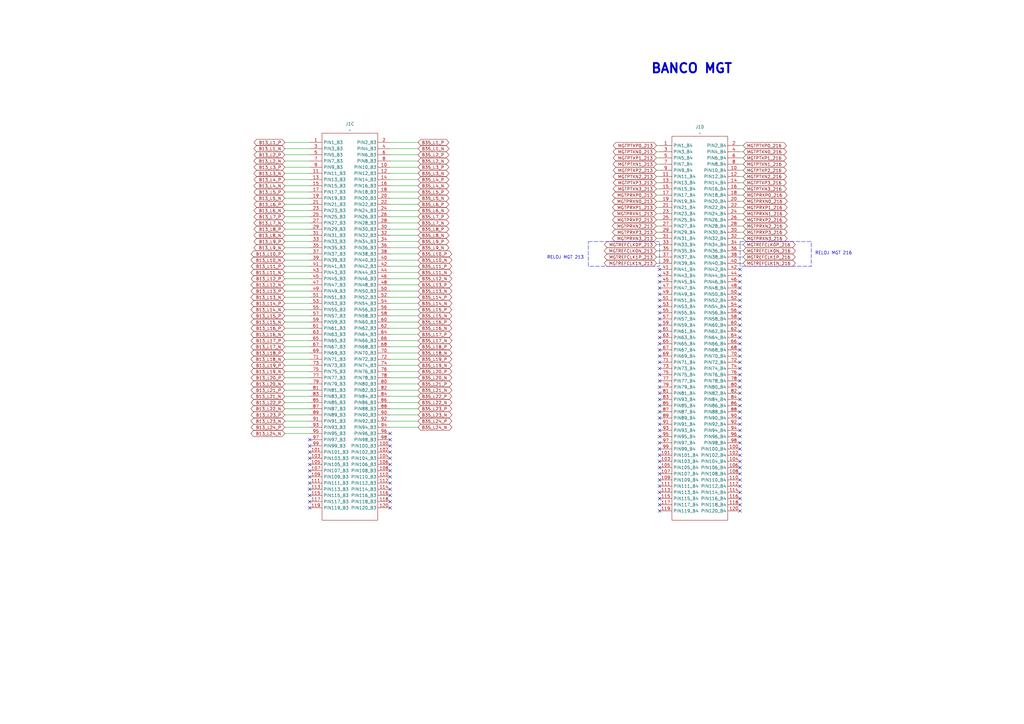
<source format=kicad_sch>
(kicad_sch (version 20231120) (generator "eeschema") (generator_version "8.0")
  (paper "A3")
  (lib_symbols
    (symbol "SOM_library:SoM_male"
      (property "Reference" "J" (at -5.08 78.74 0))
      (symbol "SoM_male_1_1"
        (pin power_in line (at -16.51 73.66 0) (length 5.08) (name "VCC") (number "1"))
        (pin bidirectional line (at 16.51 63.5 180) (length 5.08) (name "PIN10_B1") (number "10"))
        (pin bidirectional line (at 16.51 -50.8 180) (length 5.08) (name "PIN100_B1") (number "100"))
        (pin bidirectional line (at -16.51 -53.34 0) (length 5.08) (name "PIN101_B1") (number "101"))
        (pin bidirectional line (at 16.51 -53.34 180) (length 5.08) (name "PIN102_B1") (number "102"))
        (pin bidirectional line (at -16.51 -55.88 0) (length 5.08) (name "PIN103_B1") (number "103"))
        (pin bidirectional line (at 16.51 -55.88 180) (length 5.08) (name "PIN104_B1") (number "104"))
        (pin bidirectional line (at -16.51 -58.42 0) (length 5.08) (name "PIN105_B1") (number "105"))
        (pin bidirectional line (at 16.51 -58.42 180) (length 5.08) (name "PIN106_B1") (number "106"))
        (pin bidirectional line (at -16.51 -60.96 0) (length 5.08) (name "PIN107_B1") (number "107"))
        (pin bidirectional line (at 16.51 -60.96 180) (length 5.08) (name "PIN108_B1") (number "108"))
        (pin bidirectional line (at -16.51 -63.5 0) (length 5.08) (name "PIN109_B1") (number "109"))
        (pin bidirectional line (at -16.51 60.96 0) (length 5.08) (name "PIN11_B1") (number "11"))
        (pin bidirectional line (at 16.51 -63.5 180) (length 5.08) (name "PIN110_B1") (number "110"))
        (pin output line (at -16.51 -66.04 0) (length 5.08) (name "TMS") (number "111"))
        (pin input line (at 16.51 -66.04 180) (length 5.08) (name "TDI") (number "112"))
        (pin input line (at -16.51 -68.58 0) (length 5.08) (name "TCK") (number "113"))
        (pin output line (at 16.51 -68.58 180) (length 5.08) (name "TDO") (number "114"))
        (pin power_in line (at -16.51 -71.12 0) (length 5.08) (name "GND") (number "115"))
        (pin power_in line (at 16.51 -71.12 180) (length 5.08) (name "GND") (number "116"))
        (pin power_in line (at -16.51 -73.66 0) (length 5.08) (name "GND") (number "117"))
        (pin power_in line (at 16.51 -73.66 180) (length 5.08) (name "GND") (number "118"))
        (pin power_in line (at -16.51 -76.2 0) (length 5.08) (name "GND") (number "119"))
        (pin bidirectional line (at 16.51 60.96 180) (length 5.08) (name "PIN12_B1") (number "12"))
        (pin power_in line (at 16.51 -76.2 180) (length 5.08) (name "GND") (number "120"))
        (pin bidirectional line (at -16.51 58.42 0) (length 5.08) (name "PIN13_B1") (number "13"))
        (pin bidirectional line (at 16.51 58.42 180) (length 5.08) (name "PIN14_B1") (number "14"))
        (pin bidirectional line (at -16.51 55.88 0) (length 5.08) (name "PIN15_B1") (number "15"))
        (pin bidirectional line (at 16.51 55.88 180) (length 5.08) (name "PIN16_B1") (number "16"))
        (pin bidirectional line (at -16.51 53.34 0) (length 5.08) (name "PIN17_B1") (number "17"))
        (pin bidirectional line (at 16.51 53.34 180) (length 5.08) (name "PIN18_B1") (number "18"))
        (pin bidirectional line (at -16.51 50.8 0) (length 5.08) (name "PIN19_B1") (number "19"))
        (pin power_in line (at 16.51 73.66 180) (length 5.08) (name "VCC") (number "2"))
        (pin bidirectional line (at 16.51 50.8 180) (length 5.08) (name "PIN20_B1") (number "20"))
        (pin bidirectional line (at -16.51 48.26 0) (length 5.08) (name "PIN21_B1") (number "21"))
        (pin bidirectional line (at 16.51 48.26 180) (length 5.08) (name "PIN22_B1") (number "22"))
        (pin bidirectional line (at -16.51 45.72 0) (length 5.08) (name "PIN23_B1") (number "23"))
        (pin bidirectional line (at 16.51 45.72 180) (length 5.08) (name "PIN24_B1") (number "24"))
        (pin bidirectional line (at -16.51 43.18 0) (length 5.08) (name "PIN25_B1") (number "25"))
        (pin bidirectional line (at 16.51 43.18 180) (length 5.08) (name "PIN26_B1") (number "26"))
        (pin bidirectional line (at -16.51 40.64 0) (length 5.08) (name "PIN27_B1") (number "27"))
        (pin bidirectional line (at 16.51 40.64 180) (length 5.08) (name "PIN28_B1") (number "28"))
        (pin bidirectional line (at -16.51 38.1 0) (length 5.08) (name "PIN29_B1") (number "29"))
        (pin power_in line (at -16.51 71.12 0) (length 5.08) (name "VCC") (number "3"))
        (pin bidirectional line (at 16.51 38.1 180) (length 5.08) (name "PIN30_B1") (number "30"))
        (pin bidirectional line (at -16.51 35.56 0) (length 5.08) (name "PIN31_B1") (number "31"))
        (pin bidirectional line (at 16.51 35.56 180) (length 5.08) (name "PIN32_B1") (number "32"))
        (pin bidirectional line (at -16.51 33.02 0) (length 5.08) (name "PIN33_B1") (number "33"))
        (pin bidirectional line (at 16.51 33.02 180) (length 5.08) (name "PIN34_B1") (number "34"))
        (pin bidirectional line (at -16.51 30.48 0) (length 5.08) (name "PIN35_B1") (number "35"))
        (pin bidirectional line (at 16.51 30.48 180) (length 5.08) (name "PIN36_B1") (number "36"))
        (pin bidirectional line (at -16.51 27.94 0) (length 5.08) (name "PIN37_B1") (number "37"))
        (pin bidirectional line (at 16.51 27.94 180) (length 5.08) (name "PIN38_B1") (number "38"))
        (pin bidirectional line (at -16.51 25.4 0) (length 5.08) (name "PIN39_B1") (number "39"))
        (pin power_in line (at 16.51 71.12 180) (length 5.08) (name "VCC") (number "4"))
        (pin bidirectional line (at 16.51 25.4 180) (length 5.08) (name "PIN40_B1") (number "40"))
        (pin bidirectional line (at -16.51 22.86 0) (length 5.08) (name "PIN41_B1") (number "41"))
        (pin bidirectional line (at 16.51 22.86 180) (length 5.08) (name "PIN42_B1") (number "42"))
        (pin bidirectional line (at -16.51 20.32 0) (length 5.08) (name "PIN43_B1") (number "43"))
        (pin bidirectional line (at 16.51 20.32 180) (length 5.08) (name "PIN44_B1") (number "44"))
        (pin bidirectional line (at -16.51 17.78 0) (length 5.08) (name "PIN45_B1") (number "45"))
        (pin bidirectional line (at 16.51 17.78 180) (length 5.08) (name "PIN46_B1") (number "46"))
        (pin bidirectional line (at -16.51 15.24 0) (length 5.08) (name "PIN47_B1") (number "47"))
        (pin bidirectional line (at 16.51 15.24 180) (length 5.08) (name "PIN48_B1") (number "48"))
        (pin bidirectional line (at -16.51 12.7 0) (length 5.08) (name "PIN49_B1") (number "49"))
        (pin power_in line (at -16.51 68.58 0) (length 5.08) (name "VCC") (number "5"))
        (pin bidirectional line (at 16.51 12.7 180) (length 5.08) (name "PIN50_B1") (number "50"))
        (pin bidirectional line (at -16.51 10.16 0) (length 5.08) (name "PIN51_B1") (number "51"))
        (pin bidirectional line (at 16.51 10.16 180) (length 5.08) (name "PIN52_B1") (number "52"))
        (pin bidirectional line (at -16.51 7.62 0) (length 5.08) (name "PIN53_B1") (number "53"))
        (pin bidirectional line (at 16.51 7.62 180) (length 5.08) (name "PIN54_B1") (number "54"))
        (pin bidirectional line (at -16.51 5.08 0) (length 5.08) (name "PIN55_B1") (number "55"))
        (pin bidirectional line (at 16.51 5.08 180) (length 5.08) (name "PIN56_B1") (number "56"))
        (pin bidirectional line (at -16.51 2.54 0) (length 5.08) (name "PIN57_B1") (number "57"))
        (pin bidirectional line (at 16.51 2.54 180) (length 5.08) (name "PIN58_B1") (number "58"))
        (pin bidirectional line (at -16.51 0 0) (length 5.08) (name "PIN59_B1") (number "59"))
        (pin power_in line (at 16.51 68.58 180) (length 5.08) (name "VCC") (number "6"))
        (pin bidirectional line (at 16.51 0 180) (length 5.08) (name "PIN60_B1") (number "60"))
        (pin bidirectional line (at -16.51 -2.54 0) (length 5.08) (name "PIN61_B1") (number "61"))
        (pin bidirectional line (at 16.51 -2.54 180) (length 5.08) (name "PIN62_B1") (number "62"))
        (pin bidirectional line (at -16.51 -5.08 0) (length 5.08) (name "PIN63_B1") (number "63"))
        (pin bidirectional line (at 16.51 -5.08 180) (length 5.08) (name "PIN64_B1") (number "64"))
        (pin bidirectional line (at -16.51 -7.62 0) (length 5.08) (name "PIN65_B1") (number "65"))
        (pin bidirectional line (at 16.51 -7.62 180) (length 5.08) (name "PIN66_B1") (number "66"))
        (pin bidirectional line (at -16.51 -10.16 0) (length 5.08) (name "PIN67_B1") (number "67"))
        (pin bidirectional line (at 16.51 -10.16 180) (length 5.08) (name "PIN68_B1") (number "68"))
        (pin bidirectional line (at -16.51 -12.7 0) (length 5.08) (name "PIN69_B1") (number "69"))
        (pin bidirectional line (at -16.51 66.04 0) (length 5.08) (name "PIN7_B1") (number "7"))
        (pin bidirectional line (at 16.51 -12.7 180) (length 5.08) (name "PIN70_B1") (number "70"))
        (pin bidirectional line (at -16.51 -15.24 0) (length 5.08) (name "PIN71_B1") (number "71"))
        (pin bidirectional line (at 16.51 -15.24 180) (length 5.08) (name "PIN72_B1") (number "72"))
        (pin bidirectional line (at -16.51 -17.78 0) (length 5.08) (name "PIN73_B1") (number "73"))
        (pin bidirectional line (at 16.51 -17.78 180) (length 5.08) (name "PIN74_B1") (number "74"))
        (pin bidirectional line (at -16.51 -20.32 0) (length 5.08) (name "PIN75_B1") (number "75"))
        (pin bidirectional line (at 16.51 -20.32 180) (length 5.08) (name "PIN76_B1") (number "76"))
        (pin bidirectional line (at -16.51 -22.86 0) (length 5.08) (name "PIN77_B1") (number "77"))
        (pin bidirectional line (at 16.51 -22.86 180) (length 5.08) (name "PIN78_B1") (number "78"))
        (pin bidirectional line (at -16.51 -25.4 0) (length 5.08) (name "PIN79_B1") (number "79"))
        (pin bidirectional line (at 16.51 66.04 180) (length 5.08) (name "PIN8_B1") (number "8"))
        (pin bidirectional line (at 16.51 -25.4 180) (length 5.08) (name "PIN80_B1") (number "80"))
        (pin bidirectional line (at -16.51 -27.94 0) (length 5.08) (name "PIN81_B1") (number "81"))
        (pin bidirectional line (at 16.51 -27.94 180) (length 5.08) (name "PIN82_B1") (number "82"))
        (pin bidirectional line (at -16.51 -30.48 0) (length 5.08) (name "PIN83_B1") (number "83"))
        (pin bidirectional line (at 16.51 -30.48 180) (length 5.08) (name "PIN84_B1") (number "84"))
        (pin bidirectional line (at -16.51 -33.02 0) (length 5.08) (name "PIN85_B1") (number "85"))
        (pin bidirectional line (at 16.51 -33.02 180) (length 5.08) (name "PIN86_B1") (number "86"))
        (pin bidirectional line (at -16.51 -35.56 0) (length 5.08) (name "PIN87_B1") (number "87"))
        (pin bidirectional line (at 16.51 -35.56 180) (length 5.08) (name "PIN88_B1") (number "88"))
        (pin bidirectional line (at -16.51 -38.1 0) (length 5.08) (name "PIN89_B1") (number "89"))
        (pin bidirectional line (at -16.51 63.5 0) (length 5.08) (name "PIN9_B1") (number "9"))
        (pin bidirectional line (at 16.51 -38.1 180) (length 5.08) (name "PIN90_B1") (number "90"))
        (pin bidirectional line (at -16.51 -40.64 0) (length 5.08) (name "PIN91_B1") (number "91"))
        (pin bidirectional line (at 16.51 -40.64 180) (length 5.08) (name "PIN92_B1") (number "92"))
        (pin bidirectional line (at -16.51 -43.18 0) (length 5.08) (name "PIN93_B1") (number "93"))
        (pin bidirectional line (at 16.51 -43.18 180) (length 5.08) (name "PIN94_B1") (number "94"))
        (pin bidirectional line (at -16.51 -45.72 0) (length 5.08) (name "PIN95_B1") (number "95"))
        (pin bidirectional line (at 16.51 -45.72 180) (length 5.08) (name "PIN96_B1") (number "96"))
        (pin bidirectional line (at -16.51 -48.26 0) (length 5.08) (name "PIN97_B1") (number "97"))
        (pin bidirectional line (at 16.51 -48.26 180) (length 5.08) (name "PIN98_B1") (number "98"))
        (pin bidirectional line (at -16.51 -50.8 0) (length 5.08) (name "PIN99_B1") (number "99"))
      )
      (symbol "SoM_male_2_1"
        (pin bidirectional line (at -16.51 73.66 0) (length 5.08) (name "PIN1_B2") (number "1"))
        (pin bidirectional line (at 16.51 63.5 180) (length 5.08) (name "PIN10_B2") (number "10"))
        (pin bidirectional line (at 16.51 -50.8 180) (length 5.08) (name "PIN100_B2") (number "100"))
        (pin bidirectional line (at -16.51 -53.34 0) (length 5.08) (name "PIN101_B2") (number "101"))
        (pin bidirectional line (at 16.51 -53.34 180) (length 5.08) (name "PIN102_B2") (number "102"))
        (pin bidirectional line (at -16.51 -55.88 0) (length 5.08) (name "PIN103_B2") (number "103"))
        (pin bidirectional line (at 16.51 -55.88 180) (length 5.08) (name "PIN104_B2") (number "104"))
        (pin bidirectional line (at -16.51 -58.42 0) (length 5.08) (name "PIN105_B2") (number "105"))
        (pin bidirectional line (at 16.51 -58.42 180) (length 5.08) (name "PIN106_B2") (number "106"))
        (pin bidirectional line (at -16.51 -60.96 0) (length 5.08) (name "PIN107_B2") (number "107"))
        (pin bidirectional line (at 16.51 -60.96 180) (length 5.08) (name "PIN108_B2") (number "108"))
        (pin bidirectional line (at -16.51 -63.5 0) (length 5.08) (name "PIN109_B2") (number "109"))
        (pin bidirectional line (at -16.51 60.96 0) (length 5.08) (name "PIN11_B2") (number "11"))
        (pin bidirectional line (at 16.51 -63.5 180) (length 5.08) (name "PIN110_B2") (number "110"))
        (pin bidirectional line (at -16.51 -66.04 0) (length 5.08) (name "PIN111_B2") (number "111"))
        (pin bidirectional line (at 16.51 -66.04 180) (length 5.08) (name "PIN112_B2") (number "112"))
        (pin bidirectional line (at -16.51 -68.58 0) (length 5.08) (name "PIN113_B2") (number "113"))
        (pin bidirectional line (at 16.51 -68.58 180) (length 5.08) (name "PIN114_B2") (number "114"))
        (pin bidirectional line (at -16.51 -71.12 0) (length 5.08) (name "PIN115_B2") (number "115"))
        (pin bidirectional line (at 16.51 -71.12 180) (length 5.08) (name "PIN116_B2") (number "116"))
        (pin bidirectional line (at -16.51 -73.66 0) (length 5.08) (name "PIN117_B2") (number "117"))
        (pin bidirectional line (at 16.51 -73.66 180) (length 5.08) (name "PIN118_B2") (number "118"))
        (pin input line (at -16.51 -76.2 0) (length 5.08) (name "ADC_N") (number "119"))
        (pin bidirectional line (at 16.51 60.96 180) (length 5.08) (name "PIN12_B2") (number "12"))
        (pin input line (at 16.51 -76.2 180) (length 5.08) (name "ADC_P") (number "120"))
        (pin bidirectional line (at -16.51 58.42 0) (length 5.08) (name "PIN13_B2") (number "13"))
        (pin bidirectional line (at 16.51 58.42 180) (length 5.08) (name "PIN14_B2") (number "14"))
        (pin bidirectional line (at -16.51 55.88 0) (length 5.08) (name "PIN15_B2") (number "15"))
        (pin bidirectional line (at 16.51 55.88 180) (length 5.08) (name "PIN16_B2") (number "16"))
        (pin bidirectional line (at -16.51 53.34 0) (length 5.08) (name "PIN17_B2") (number "17"))
        (pin bidirectional line (at 16.51 53.34 180) (length 5.08) (name "PIN18_B2") (number "18"))
        (pin bidirectional line (at -16.51 50.8 0) (length 5.08) (name "PIN19_B2") (number "19"))
        (pin bidirectional line (at 16.51 73.66 180) (length 5.08) (name "PIN2_B2") (number "2"))
        (pin bidirectional line (at 16.51 50.8 180) (length 5.08) (name "PIN20_B2") (number "20"))
        (pin bidirectional line (at -16.51 48.26 0) (length 5.08) (name "PIN21_B2") (number "21"))
        (pin bidirectional line (at 16.51 48.26 180) (length 5.08) (name "PIN22_B2") (number "22"))
        (pin bidirectional line (at -16.51 45.72 0) (length 5.08) (name "PIN23_B2") (number "23"))
        (pin bidirectional line (at 16.51 45.72 180) (length 5.08) (name "PIN24_B2") (number "24"))
        (pin bidirectional line (at -16.51 43.18 0) (length 5.08) (name "PIN25_B2") (number "25"))
        (pin bidirectional line (at 16.51 43.18 180) (length 5.08) (name "PIN26_B2") (number "26"))
        (pin bidirectional line (at -16.51 40.64 0) (length 5.08) (name "PIN27_B2") (number "27"))
        (pin bidirectional line (at 16.51 40.64 180) (length 5.08) (name "PIN28_B2") (number "28"))
        (pin bidirectional line (at -16.51 38.1 0) (length 5.08) (name "PIN29_B2") (number "29"))
        (pin bidirectional line (at -16.51 71.12 0) (length 5.08) (name "PIN3_B2") (number "3"))
        (pin bidirectional line (at 16.51 38.1 180) (length 5.08) (name "PIN30_B2") (number "30"))
        (pin bidirectional line (at -16.51 35.56 0) (length 5.08) (name "PIN31_B2") (number "31"))
        (pin bidirectional line (at 16.51 35.56 180) (length 5.08) (name "PIN32_B2") (number "32"))
        (pin bidirectional line (at -16.51 33.02 0) (length 5.08) (name "PIN33_B2") (number "33"))
        (pin bidirectional line (at 16.51 33.02 180) (length 5.08) (name "PIN34_B2") (number "34"))
        (pin bidirectional line (at -16.51 30.48 0) (length 5.08) (name "PIN35_B2") (number "35"))
        (pin bidirectional line (at 16.51 30.48 180) (length 5.08) (name "PIN36_B2") (number "36"))
        (pin bidirectional line (at -16.51 27.94 0) (length 5.08) (name "PIN37_B2") (number "37"))
        (pin bidirectional line (at 16.51 27.94 180) (length 5.08) (name "PIN38_B2") (number "38"))
        (pin bidirectional line (at -16.51 25.4 0) (length 5.08) (name "PIN39_B2") (number "39"))
        (pin bidirectional line (at 16.51 71.12 180) (length 5.08) (name "PIN4_B2") (number "4"))
        (pin bidirectional line (at 16.51 25.4 180) (length 5.08) (name "PIN40_B2") (number "40"))
        (pin bidirectional line (at -16.51 22.86 0) (length 5.08) (name "PIN41_B2") (number "41"))
        (pin bidirectional line (at 16.51 22.86 180) (length 5.08) (name "PIN42_B2") (number "42"))
        (pin bidirectional line (at -16.51 20.32 0) (length 5.08) (name "PIN43_B2") (number "43"))
        (pin bidirectional line (at 16.51 20.32 180) (length 5.08) (name "PIN44_B2") (number "44"))
        (pin bidirectional line (at -16.51 17.78 0) (length 5.08) (name "PIN45_B2") (number "45"))
        (pin bidirectional line (at 16.51 17.78 180) (length 5.08) (name "PIN46_B2") (number "46"))
        (pin bidirectional line (at -16.51 15.24 0) (length 5.08) (name "PIN47_B2") (number "47"))
        (pin bidirectional line (at 16.51 15.24 180) (length 5.08) (name "PIN48_B2") (number "48"))
        (pin bidirectional line (at -16.51 12.7 0) (length 5.08) (name "PIN49_B2") (number "49"))
        (pin bidirectional line (at -16.51 68.58 0) (length 5.08) (name "PIN5_B2") (number "5"))
        (pin bidirectional line (at 16.51 12.7 180) (length 5.08) (name "PIN50_B2") (number "50"))
        (pin bidirectional line (at -16.51 10.16 0) (length 5.08) (name "PIN51_B2") (number "51"))
        (pin bidirectional line (at 16.51 10.16 180) (length 5.08) (name "PIN52_B2") (number "52"))
        (pin bidirectional line (at -16.51 7.62 0) (length 5.08) (name "PIN53_B2") (number "53"))
        (pin bidirectional line (at 16.51 7.62 180) (length 5.08) (name "PIN54_B2") (number "54"))
        (pin bidirectional line (at -16.51 5.08 0) (length 5.08) (name "PIN55_B2") (number "55"))
        (pin bidirectional line (at 16.51 5.08 180) (length 5.08) (name "PIN56_B2") (number "56"))
        (pin bidirectional line (at -16.51 2.54 0) (length 5.08) (name "PIN57_B2") (number "57"))
        (pin bidirectional line (at 16.51 2.54 180) (length 5.08) (name "PIN58_B2") (number "58"))
        (pin bidirectional line (at -16.51 0 0) (length 5.08) (name "PIN59_B2") (number "59"))
        (pin bidirectional line (at 16.51 68.58 180) (length 5.08) (name "PIN6_B2") (number "6"))
        (pin bidirectional line (at 16.51 0 180) (length 5.08) (name "PIN60_B2") (number "60"))
        (pin bidirectional line (at -16.51 -2.54 0) (length 5.08) (name "PIN61_B2") (number "61"))
        (pin bidirectional line (at 16.51 -2.54 180) (length 5.08) (name "PIN62_B2") (number "62"))
        (pin bidirectional line (at -16.51 -5.08 0) (length 5.08) (name "PIN63_B2") (number "63"))
        (pin bidirectional line (at 16.51 -5.08 180) (length 5.08) (name "PIN64_B2") (number "64"))
        (pin bidirectional line (at -16.51 -7.62 0) (length 5.08) (name "PIN65_B2") (number "65"))
        (pin bidirectional line (at 16.51 -7.62 180) (length 5.08) (name "PIN66_B2") (number "66"))
        (pin bidirectional line (at -16.51 -10.16 0) (length 5.08) (name "PIN67_B2") (number "67"))
        (pin bidirectional line (at 16.51 -10.16 180) (length 5.08) (name "PIN68_B2") (number "68"))
        (pin bidirectional line (at -16.51 -12.7 0) (length 5.08) (name "PIN69_B2") (number "69"))
        (pin bidirectional line (at -16.51 66.04 0) (length 5.08) (name "PIN7_B2") (number "7"))
        (pin bidirectional line (at 16.51 -12.7 180) (length 5.08) (name "PIN70_B2") (number "70"))
        (pin bidirectional line (at -16.51 -15.24 0) (length 5.08) (name "PIN71_B2") (number "71"))
        (pin bidirectional line (at 16.51 -15.24 180) (length 5.08) (name "PIN72_B2") (number "72"))
        (pin bidirectional line (at -16.51 -17.78 0) (length 5.08) (name "PIN73_B2") (number "73"))
        (pin bidirectional line (at 16.51 -17.78 180) (length 5.08) (name "PIN74_B2") (number "74"))
        (pin bidirectional line (at -16.51 -20.32 0) (length 5.08) (name "PIN75_B2") (number "75"))
        (pin bidirectional line (at 16.51 -20.32 180) (length 5.08) (name "PIN76_B2") (number "76"))
        (pin bidirectional line (at -16.51 -22.86 0) (length 5.08) (name "PIN77_B2") (number "77"))
        (pin bidirectional line (at 16.51 -22.86 180) (length 5.08) (name "PIN78_B2") (number "78"))
        (pin bidirectional line (at -16.51 -25.4 0) (length 5.08) (name "PIN79_B2") (number "79"))
        (pin bidirectional line (at 16.51 66.04 180) (length 5.08) (name "PIN8_B2") (number "8"))
        (pin bidirectional line (at 16.51 -25.4 180) (length 5.08) (name "PIN80_B2") (number "80"))
        (pin bidirectional line (at -16.51 -27.94 0) (length 5.08) (name "PIN81_B2") (number "81"))
        (pin bidirectional line (at 16.51 -27.94 180) (length 5.08) (name "PIN82_B2") (number "82"))
        (pin bidirectional line (at -16.51 -30.48 0) (length 5.08) (name "PIN83_B2") (number "83"))
        (pin bidirectional line (at 16.51 -30.48 180) (length 5.08) (name "PIN84_B2") (number "84"))
        (pin bidirectional line (at -16.51 -33.02 0) (length 5.08) (name "PIN85_B2") (number "85"))
        (pin bidirectional line (at 16.51 -33.02 180) (length 5.08) (name "PIN86_B2") (number "86"))
        (pin bidirectional line (at -16.51 -35.56 0) (length 5.08) (name "PIN87_B2") (number "87"))
        (pin bidirectional line (at 16.51 -35.56 180) (length 5.08) (name "PIN88_B2") (number "88"))
        (pin bidirectional line (at -16.51 -38.1 0) (length 5.08) (name "PIN89_B2") (number "89"))
        (pin bidirectional line (at -16.51 63.5 0) (length 5.08) (name "PIN9_B2") (number "9"))
        (pin bidirectional line (at 16.51 -38.1 180) (length 5.08) (name "PIN90_B2") (number "90"))
        (pin bidirectional line (at -16.51 -40.64 0) (length 5.08) (name "PIN91_B2") (number "91"))
        (pin bidirectional line (at 16.51 -40.64 180) (length 5.08) (name "PIN92_B2") (number "92"))
        (pin bidirectional line (at -16.51 -43.18 0) (length 5.08) (name "PIN93_B2") (number "93"))
        (pin bidirectional line (at 16.51 -43.18 180) (length 5.08) (name "PIN94_B2") (number "94"))
        (pin bidirectional line (at -16.51 -45.72 0) (length 5.08) (name "PIN95_B2") (number "95"))
        (pin bidirectional line (at 16.51 -45.72 180) (length 5.08) (name "PIN96_B2") (number "96"))
        (pin bidirectional line (at -16.51 -48.26 0) (length 5.08) (name "PIN97_B2") (number "97"))
        (pin bidirectional line (at 16.51 -48.26 180) (length 5.08) (name "PIN98_B2") (number "98"))
        (pin bidirectional line (at -16.51 -50.8 0) (length 5.08) (name "PIN99_B2") (number "99"))
      )
      (symbol "SoM_male_3_1"
        (pin bidirectional line (at -16.51 73.66 0) (length 5.08) (name "PIN1_B3") (number "1"))
        (pin bidirectional line (at 16.51 63.5 180) (length 5.08) (name "PIN10_B3") (number "10"))
        (pin bidirectional line (at 16.51 -50.8 180) (length 5.08) (name "PIN100_B3") (number "100"))
        (pin bidirectional line (at -16.51 -53.34 0) (length 5.08) (name "PIN101_B3") (number "101"))
        (pin bidirectional line (at 16.51 -53.34 180) (length 5.08) (name "PIN102_B3") (number "102"))
        (pin bidirectional line (at -16.51 -55.88 0) (length 5.08) (name "PIN103_B3") (number "103"))
        (pin bidirectional line (at 16.51 -55.88 180) (length 5.08) (name "PIN104_B3") (number "104"))
        (pin bidirectional line (at -16.51 -58.42 0) (length 5.08) (name "PIN105_B3") (number "105"))
        (pin bidirectional line (at 16.51 -58.42 180) (length 5.08) (name "PIN106_B3") (number "106"))
        (pin bidirectional line (at -16.51 -60.96 0) (length 5.08) (name "PIN107_B3") (number "107"))
        (pin bidirectional line (at 16.51 -60.96 180) (length 5.08) (name "PIN108_B3") (number "108"))
        (pin bidirectional line (at -16.51 -63.5 0) (length 5.08) (name "PIN109_B3") (number "109"))
        (pin bidirectional line (at -16.51 60.96 0) (length 5.08) (name "PIN11_B3") (number "11"))
        (pin bidirectional line (at 16.51 -63.5 180) (length 5.08) (name "PIN110_B3") (number "110"))
        (pin bidirectional line (at -16.51 -66.04 0) (length 5.08) (name "PIN111_B3") (number "111"))
        (pin bidirectional line (at 16.51 -66.04 180) (length 5.08) (name "PIN112_B3") (number "112"))
        (pin bidirectional line (at -16.51 -68.58 0) (length 5.08) (name "PIN113_B3") (number "113"))
        (pin bidirectional line (at 16.51 -68.58 180) (length 5.08) (name "PIN114_B3") (number "114"))
        (pin bidirectional line (at -16.51 -71.12 0) (length 5.08) (name "PIN115_B3") (number "115"))
        (pin bidirectional line (at 16.51 -71.12 180) (length 5.08) (name "PIN116_B3") (number "116"))
        (pin bidirectional line (at -16.51 -73.66 0) (length 5.08) (name "PIN117_B3") (number "117"))
        (pin bidirectional line (at 16.51 -73.66 180) (length 5.08) (name "PIN118_B3") (number "118"))
        (pin bidirectional line (at -16.51 -76.2 0) (length 5.08) (name "PIN119_B3") (number "119"))
        (pin bidirectional line (at 16.51 60.96 180) (length 5.08) (name "PIN12_B3") (number "12"))
        (pin bidirectional line (at 16.51 -76.2 180) (length 5.08) (name "PIN120_B3") (number "120"))
        (pin bidirectional line (at -16.51 58.42 0) (length 5.08) (name "PIN13_B3") (number "13"))
        (pin bidirectional line (at 16.51 58.42 180) (length 5.08) (name "PIN14_B3") (number "14"))
        (pin bidirectional line (at -16.51 55.88 0) (length 5.08) (name "PIN15_B3") (number "15"))
        (pin bidirectional line (at 16.51 55.88 180) (length 5.08) (name "PIN16_B3") (number "16"))
        (pin bidirectional line (at -16.51 53.34 0) (length 5.08) (name "PIN17_B3") (number "17"))
        (pin bidirectional line (at 16.51 53.34 180) (length 5.08) (name "PIN18_B3") (number "18"))
        (pin bidirectional line (at -16.51 50.8 0) (length 5.08) (name "PIN19_B3") (number "19"))
        (pin bidirectional line (at 16.51 73.66 180) (length 5.08) (name "PIN2_B3") (number "2"))
        (pin bidirectional line (at 16.51 50.8 180) (length 5.08) (name "PIN20_B3") (number "20"))
        (pin bidirectional line (at -16.51 48.26 0) (length 5.08) (name "PIN21_B3") (number "21"))
        (pin bidirectional line (at 16.51 48.26 180) (length 5.08) (name "PIN22_B3") (number "22"))
        (pin bidirectional line (at -16.51 45.72 0) (length 5.08) (name "PIN23_B3") (number "23"))
        (pin bidirectional line (at 16.51 45.72 180) (length 5.08) (name "PIN24_B3") (number "24"))
        (pin bidirectional line (at -16.51 43.18 0) (length 5.08) (name "PIN25_B3") (number "25"))
        (pin bidirectional line (at 16.51 43.18 180) (length 5.08) (name "PIN26_B3") (number "26"))
        (pin bidirectional line (at -16.51 40.64 0) (length 5.08) (name "PIN27_B3") (number "27"))
        (pin bidirectional line (at 16.51 40.64 180) (length 5.08) (name "PIN28_B3") (number "28"))
        (pin bidirectional line (at -16.51 38.1 0) (length 5.08) (name "PIN29_B3") (number "29"))
        (pin bidirectional line (at -16.51 71.12 0) (length 5.08) (name "PIN3_B3") (number "3"))
        (pin bidirectional line (at 16.51 38.1 180) (length 5.08) (name "PIN30_B3") (number "30"))
        (pin bidirectional line (at -16.51 35.56 0) (length 5.08) (name "PIN31_B3") (number "31"))
        (pin bidirectional line (at 16.51 35.56 180) (length 5.08) (name "PIN32_B3") (number "32"))
        (pin bidirectional line (at -16.51 33.02 0) (length 5.08) (name "PIN33_B3") (number "33"))
        (pin bidirectional line (at 16.51 33.02 180) (length 5.08) (name "PIN34_B3") (number "34"))
        (pin bidirectional line (at -16.51 30.48 0) (length 5.08) (name "PIN35_B3") (number "35"))
        (pin bidirectional line (at 16.51 30.48 180) (length 5.08) (name "PIN36_B3") (number "36"))
        (pin bidirectional line (at -16.51 27.94 0) (length 5.08) (name "PIN37_B3") (number "37"))
        (pin bidirectional line (at 16.51 27.94 180) (length 5.08) (name "PIN38_B3") (number "38"))
        (pin bidirectional line (at -16.51 25.4 0) (length 5.08) (name "PIN39_B3") (number "39"))
        (pin bidirectional line (at 16.51 71.12 180) (length 5.08) (name "PIN4_B3") (number "4"))
        (pin bidirectional line (at 16.51 25.4 180) (length 5.08) (name "PIN40_B3") (number "40"))
        (pin bidirectional line (at -16.51 22.86 0) (length 5.08) (name "PIN41_B3") (number "41"))
        (pin bidirectional line (at 16.51 22.86 180) (length 5.08) (name "PIN42_B3") (number "42"))
        (pin bidirectional line (at -16.51 20.32 0) (length 5.08) (name "PIN43_B3") (number "43"))
        (pin bidirectional line (at 16.51 20.32 180) (length 5.08) (name "PIN44_B3") (number "44"))
        (pin bidirectional line (at -16.51 17.78 0) (length 5.08) (name "PIN45_B3") (number "45"))
        (pin bidirectional line (at 16.51 17.78 180) (length 5.08) (name "PIN46_B3") (number "46"))
        (pin bidirectional line (at -16.51 15.24 0) (length 5.08) (name "PIN47_B3") (number "47"))
        (pin bidirectional line (at 16.51 15.24 180) (length 5.08) (name "PIN48_B3") (number "48"))
        (pin bidirectional line (at -16.51 12.7 0) (length 5.08) (name "PIN49_B3") (number "49"))
        (pin bidirectional line (at -16.51 68.58 0) (length 5.08) (name "PIN5_B3") (number "5"))
        (pin bidirectional line (at 16.51 12.7 180) (length 5.08) (name "PIN50_B3") (number "50"))
        (pin bidirectional line (at -16.51 10.16 0) (length 5.08) (name "PIN51_B3") (number "51"))
        (pin bidirectional line (at 16.51 10.16 180) (length 5.08) (name "PIN52_B3") (number "52"))
        (pin bidirectional line (at -16.51 7.62 0) (length 5.08) (name "PIN53_B3") (number "53"))
        (pin bidirectional line (at 16.51 7.62 180) (length 5.08) (name "PIN54_B3") (number "54"))
        (pin bidirectional line (at -16.51 5.08 0) (length 5.08) (name "PIN55_B3") (number "55"))
        (pin bidirectional line (at 16.51 5.08 180) (length 5.08) (name "PIN56_B3") (number "56"))
        (pin bidirectional line (at -16.51 2.54 0) (length 5.08) (name "PIN57_B3") (number "57"))
        (pin bidirectional line (at 16.51 2.54 180) (length 5.08) (name "PIN58_B3") (number "58"))
        (pin bidirectional line (at -16.51 0 0) (length 5.08) (name "PIN59_B3") (number "59"))
        (pin bidirectional line (at 16.51 68.58 180) (length 5.08) (name "PIN6_B3") (number "6"))
        (pin bidirectional line (at 16.51 0 180) (length 5.08) (name "PIN60_B3") (number "60"))
        (pin bidirectional line (at -16.51 -2.54 0) (length 5.08) (name "PIN61_B3") (number "61"))
        (pin bidirectional line (at 16.51 -2.54 180) (length 5.08) (name "PIN62_B3") (number "62"))
        (pin bidirectional line (at -16.51 -5.08 0) (length 5.08) (name "PIN63_B3") (number "63"))
        (pin bidirectional line (at 16.51 -5.08 180) (length 5.08) (name "PIN64_B3") (number "64"))
        (pin bidirectional line (at -16.51 -7.62 0) (length 5.08) (name "PIN65_B3") (number "65"))
        (pin bidirectional line (at 16.51 -7.62 180) (length 5.08) (name "PIN66_B3") (number "66"))
        (pin bidirectional line (at -16.51 -10.16 0) (length 5.08) (name "PIN67_B3") (number "67"))
        (pin bidirectional line (at 16.51 -10.16 180) (length 5.08) (name "PIN68_B3") (number "68"))
        (pin bidirectional line (at -16.51 -12.7 0) (length 5.08) (name "PIN69_B3") (number "69"))
        (pin bidirectional line (at -16.51 66.04 0) (length 5.08) (name "PIN7_B3") (number "7"))
        (pin bidirectional line (at 16.51 -12.7 180) (length 5.08) (name "PIN70_B3") (number "70"))
        (pin bidirectional line (at -16.51 -15.24 0) (length 5.08) (name "PIN71_B3") (number "71"))
        (pin bidirectional line (at 16.51 -15.24 180) (length 5.08) (name "PIN72_B3") (number "72"))
        (pin bidirectional line (at -16.51 -17.78 0) (length 5.08) (name "PIN73_B3") (number "73"))
        (pin bidirectional line (at 16.51 -17.78 180) (length 5.08) (name "PIN74_B3") (number "74"))
        (pin bidirectional line (at -16.51 -20.32 0) (length 5.08) (name "PIN75_B3") (number "75"))
        (pin bidirectional line (at 16.51 -20.32 180) (length 5.08) (name "PIN76_B3") (number "76"))
        (pin bidirectional line (at -16.51 -22.86 0) (length 5.08) (name "PIN77_B3") (number "77"))
        (pin bidirectional line (at 16.51 -22.86 180) (length 5.08) (name "PIN78_B3") (number "78"))
        (pin bidirectional line (at -16.51 -25.4 0) (length 5.08) (name "PIN79_B3") (number "79"))
        (pin bidirectional line (at 16.51 66.04 180) (length 5.08) (name "PIN8_B3") (number "8"))
        (pin bidirectional line (at 16.51 -25.4 180) (length 5.08) (name "PIN80_B3") (number "80"))
        (pin bidirectional line (at -16.51 -27.94 0) (length 5.08) (name "PIN81_B3") (number "81"))
        (pin bidirectional line (at 16.51 -27.94 180) (length 5.08) (name "PIN82_B3") (number "82"))
        (pin bidirectional line (at -16.51 -30.48 0) (length 5.08) (name "PIN83_B3") (number "83"))
        (pin bidirectional line (at 16.51 -30.48 180) (length 5.08) (name "PIN84_B3") (number "84"))
        (pin bidirectional line (at -16.51 -33.02 0) (length 5.08) (name "PIN85_B3") (number "85"))
        (pin bidirectional line (at 16.51 -33.02 180) (length 5.08) (name "PIN86_B3") (number "86"))
        (pin bidirectional line (at -16.51 -35.56 0) (length 5.08) (name "PIN87_B3") (number "87"))
        (pin bidirectional line (at 16.51 -35.56 180) (length 5.08) (name "PIN88_B3") (number "88"))
        (pin bidirectional line (at -16.51 -38.1 0) (length 5.08) (name "PIN89_B3") (number "89"))
        (pin bidirectional line (at -16.51 63.5 0) (length 5.08) (name "PIN9_B3") (number "9"))
        (pin bidirectional line (at 16.51 -38.1 180) (length 5.08) (name "PIN90_B3") (number "90"))
        (pin bidirectional line (at -16.51 -40.64 0) (length 5.08) (name "PIN91_B3") (number "91"))
        (pin bidirectional line (at 16.51 -40.64 180) (length 5.08) (name "PIN92_B3") (number "92"))
        (pin bidirectional line (at -16.51 -43.18 0) (length 5.08) (name "PIN93_B3") (number "93"))
        (pin bidirectional line (at 16.51 -43.18 180) (length 5.08) (name "PIN94_B3") (number "94"))
        (pin bidirectional line (at -16.51 -45.72 0) (length 5.08) (name "PIN95_B3") (number "95"))
        (pin bidirectional line (at 16.51 -45.72 180) (length 5.08) (name "PIN96_B3") (number "96"))
        (pin bidirectional line (at -16.51 -48.26 0) (length 5.08) (name "PIN97_B3") (number "97"))
        (pin bidirectional line (at 16.51 -48.26 180) (length 5.08) (name "PIN98_B3") (number "98"))
        (pin bidirectional line (at -16.51 -50.8 0) (length 5.08) (name "PIN99_B3") (number "99"))
      )
      (symbol "SoM_male_4_1"
        (pin bidirectional line (at -16.51 73.66 0) (length 5.08) (name "PIN1_B4") (number "1"))
        (pin bidirectional line (at 16.51 63.5 180) (length 5.08) (name "PIN10_B4") (number "10"))
        (pin power_in line (at 16.51 -50.8 180) (length 5.08) (name "GND") (number "100"))
        (pin bidirectional line (at -16.51 -53.34 0) (length 5.08) (name "PIN101_B4") (number "101"))
        (pin bidirectional line (at 16.51 -53.34 180) (length 5.08) (name "PIN102_B4") (number "102"))
        (pin power_in line (at -16.51 -55.88 0) (length 5.08) (name "GND") (number "103"))
        (pin power_in line (at 16.51 -55.88 180) (length 5.08) (name "GND") (number "104"))
        (pin bidirectional line (at -16.51 -58.42 0) (length 5.08) (name "PIN105_B4") (number "105"))
        (pin bidirectional line (at 16.51 -58.42 180) (length 5.08) (name "PIN106_B4") (number "106"))
        (pin power_in line (at -16.51 -60.96 0) (length 5.08) (name "GND") (number "107"))
        (pin power_in line (at 16.51 -60.96 180) (length 5.08) (name "GND") (number "108"))
        (pin bidirectional line (at -16.51 -63.5 0) (length 5.08) (name "PIN109_B4") (number "109"))
        (pin power_in line (at -16.51 60.96 0) (length 5.08) (name "GND") (number "11"))
        (pin bidirectional line (at 16.51 -63.5 180) (length 5.08) (name "PIN110_B4") (number "110"))
        (pin power_in line (at -16.51 -66.04 0) (length 5.08) (name "GND") (number "111"))
        (pin power_in line (at 16.51 -66.04 180) (length 5.08) (name "GND") (number "112"))
        (pin bidirectional line (at -16.51 -68.58 0) (length 5.08) (name "PIN113_B4") (number "113"))
        (pin bidirectional line (at 16.51 -68.58 180) (length 5.08) (name "PIN114_B4") (number "114"))
        (pin power_in line (at -16.51 -71.12 0) (length 5.08) (name "GND") (number "115"))
        (pin power_in line (at 16.51 -71.12 180) (length 5.08) (name "GND") (number "116"))
        (pin bidirectional line (at -16.51 -73.66 0) (length 5.08) (name "PIN117_B4") (number "117"))
        (pin bidirectional line (at 16.51 -73.66 180) (length 5.08) (name "PIN118_B4") (number "118"))
        (pin power_in line (at -16.51 -76.2 0) (length 5.08) (name "GND") (number "119"))
        (pin power_in line (at 16.51 60.96 180) (length 5.08) (name "GND") (number "12"))
        (pin power_in line (at 16.51 -76.2 180) (length 5.08) (name "GND") (number "120"))
        (pin bidirectional line (at -16.51 58.42 0) (length 5.08) (name "PIN13_B4") (number "13"))
        (pin bidirectional line (at 16.51 58.42 180) (length 5.08) (name "PIN14_B4") (number "14"))
        (pin power_in line (at -16.51 55.88 0) (length 5.08) (name "GND") (number "15"))
        (pin power_in line (at 16.51 55.88 180) (length 5.08) (name "GND") (number "16"))
        (pin bidirectional line (at -16.51 53.34 0) (length 5.08) (name "PIN17_B4") (number "17"))
        (pin bidirectional line (at 16.51 53.34 180) (length 5.08) (name "PIN18_B4") (number "18"))
        (pin power_in line (at -16.51 50.8 0) (length 5.08) (name "GND") (number "19"))
        (pin bidirectional line (at 16.51 73.66 180) (length 5.08) (name "PIN2_B4") (number "2"))
        (pin power_in line (at 16.51 50.8 180) (length 5.08) (name "GND") (number "20"))
        (pin bidirectional line (at -16.51 48.26 0) (length 5.08) (name "PIN21_B4") (number "21"))
        (pin bidirectional line (at 16.51 48.26 180) (length 5.08) (name "PIN22_B4") (number "22"))
        (pin power_in line (at -16.51 45.72 0) (length 5.08) (name "GND") (number "23"))
        (pin power_in line (at 16.51 45.72 180) (length 5.08) (name "GND") (number "24"))
        (pin bidirectional line (at -16.51 43.18 0) (length 5.08) (name "PIN25_B4") (number "25"))
        (pin bidirectional line (at 16.51 43.18 180) (length 5.08) (name "PIN26_B4") (number "26"))
        (pin power_in line (at -16.51 40.64 0) (length 5.08) (name "GND") (number "27"))
        (pin power_in line (at 16.51 40.64 180) (length 5.08) (name "GND") (number "28"))
        (pin bidirectional line (at -16.51 38.1 0) (length 5.08) (name "PIN29_B4") (number "29"))
        (pin power_in line (at -16.51 71.12 0) (length 5.08) (name "GND") (number "3"))
        (pin bidirectional line (at 16.51 38.1 180) (length 5.08) (name "PIN30_B4") (number "30"))
        (pin power_in line (at -16.51 35.56 0) (length 5.08) (name "GND") (number "31"))
        (pin power_in line (at 16.51 35.56 180) (length 5.08) (name "GND") (number "32"))
        (pin bidirectional line (at -16.51 33.02 0) (length 5.08) (name "PIN33_B4") (number "33"))
        (pin bidirectional line (at 16.51 33.02 180) (length 5.08) (name "PIN34_B4") (number "34"))
        (pin power_in line (at -16.51 30.48 0) (length 5.08) (name "GND") (number "35"))
        (pin power_in line (at 16.51 30.48 180) (length 5.08) (name "GND") (number "36"))
        (pin bidirectional line (at -16.51 27.94 0) (length 5.08) (name "PIN37_B4") (number "37"))
        (pin bidirectional line (at 16.51 27.94 180) (length 5.08) (name "PIN38_B4") (number "38"))
        (pin power_in line (at -16.51 25.4 0) (length 5.08) (name "GND") (number "39"))
        (pin power_in line (at 16.51 71.12 180) (length 5.08) (name "GND") (number "4"))
        (pin power_in line (at 16.51 25.4 180) (length 5.08) (name "GND") (number "40"))
        (pin bidirectional line (at -16.51 22.86 0) (length 5.08) (name "PIN41_B4") (number "41"))
        (pin bidirectional line (at 16.51 22.86 180) (length 5.08) (name "PIN42_B4") (number "42"))
        (pin power_in line (at -16.51 20.32 0) (length 5.08) (name "GND") (number "43"))
        (pin power_in line (at 16.51 20.32 180) (length 5.08) (name "GND") (number "44"))
        (pin bidirectional line (at -16.51 17.78 0) (length 5.08) (name "PIN45_B4") (number "45"))
        (pin bidirectional line (at 16.51 17.78 180) (length 5.08) (name "PIN46_B4") (number "46"))
        (pin power_in line (at -16.51 15.24 0) (length 5.08) (name "GND") (number "47"))
        (pin power_in line (at 16.51 15.24 180) (length 5.08) (name "GND") (number "48"))
        (pin bidirectional line (at -16.51 12.7 0) (length 5.08) (name "PIN49_B4") (number "49"))
        (pin bidirectional line (at -16.51 68.58 0) (length 5.08) (name "PIN5_B4") (number "5"))
        (pin bidirectional line (at 16.51 12.7 180) (length 5.08) (name "PIN50_B4") (number "50"))
        (pin power_in line (at -16.51 10.16 0) (length 5.08) (name "GND") (number "51"))
        (pin power_in line (at 16.51 10.16 180) (length 5.08) (name "GND") (number "52"))
        (pin bidirectional line (at -16.51 7.62 0) (length 5.08) (name "PIN53_B4") (number "53"))
        (pin bidirectional line (at 16.51 7.62 180) (length 5.08) (name "PIN54_B4") (number "54"))
        (pin power_in line (at -16.51 5.08 0) (length 5.08) (name "GND") (number "55"))
        (pin power_in line (at 16.51 5.08 180) (length 5.08) (name "GND") (number "56"))
        (pin bidirectional line (at -16.51 2.54 0) (length 5.08) (name "PIN57_B4") (number "57"))
        (pin bidirectional line (at 16.51 2.54 180) (length 5.08) (name "PIN58_B4") (number "58"))
        (pin power_in line (at -16.51 0 0) (length 5.08) (name "GND") (number "59"))
        (pin bidirectional line (at 16.51 68.58 180) (length 5.08) (name "PIN6_B4") (number "6"))
        (pin power_in line (at 16.51 0 180) (length 5.08) (name "GND") (number "60"))
        (pin bidirectional line (at -16.51 -2.54 0) (length 5.08) (name "PIN61_B4") (number "61"))
        (pin bidirectional line (at 16.51 -2.54 180) (length 5.08) (name "PIN62_B4") (number "62"))
        (pin power_in line (at -16.51 -5.08 0) (length 5.08) (name "GND") (number "63"))
        (pin power_in line (at 16.51 -5.08 180) (length 5.08) (name "GND") (number "64"))
        (pin bidirectional line (at -16.51 -7.62 0) (length 5.08) (name "PIN65_B4") (number "65"))
        (pin bidirectional line (at 16.51 -7.62 180) (length 5.08) (name "PIN66_B4") (number "66"))
        (pin power_in line (at -16.51 -10.16 0) (length 5.08) (name "GND") (number "67"))
        (pin power_in line (at 16.51 -10.16 180) (length 5.08) (name "GND") (number "68"))
        (pin bidirectional line (at -16.51 -12.7 0) (length 5.08) (name "PIN69_B4") (number "69"))
        (pin power_in line (at -16.51 66.04 0) (length 5.08) (name "GND") (number "7"))
        (pin bidirectional line (at 16.51 -12.7 180) (length 5.08) (name "PIN70_B4") (number "70"))
        (pin power_in line (at -16.51 -15.24 0) (length 5.08) (name "GND") (number "71"))
        (pin power_in line (at 16.51 -15.24 180) (length 5.08) (name "GND") (number "72"))
        (pin bidirectional line (at -16.51 -17.78 0) (length 5.08) (name "PIN73_B4") (number "73"))
        (pin bidirectional line (at 16.51 -17.78 180) (length 5.08) (name "PIN74_B4") (number "74"))
        (pin power_in line (at -16.51 -20.32 0) (length 5.08) (name "GND") (number "75"))
        (pin power_in line (at 16.51 -20.32 180) (length 5.08) (name "GND") (number "76"))
        (pin bidirectional line (at -16.51 -22.86 0) (length 5.08) (name "PIN77_B4") (number "77"))
        (pin bidirectional line (at 16.51 -22.86 180) (length 5.08) (name "PIN78_B4") (number "78"))
        (pin power_in line (at -16.51 -25.4 0) (length 5.08) (name "GND") (number "79"))
        (pin power_in line (at 16.51 66.04 180) (length 5.08) (name "GND") (number "8"))
        (pin power_in line (at 16.51 -25.4 180) (length 5.08) (name "GND") (number "80"))
        (pin bidirectional line (at -16.51 -27.94 0) (length 5.08) (name "PIN81_B4") (number "81"))
        (pin bidirectional line (at 16.51 -27.94 180) (length 5.08) (name "PIN82_B4") (number "82"))
        (pin power_in line (at -16.51 -30.48 0) (length 5.08) (name "GND") (number "83"))
        (pin power_in line (at 16.51 -30.48 180) (length 5.08) (name "GND") (number "84"))
        (pin bidirectional line (at -16.51 -33.02 0) (length 5.08) (name "PIN85_B4") (number "85"))
        (pin bidirectional line (at 16.51 -33.02 180) (length 5.08) (name "PIN86_B4") (number "86"))
        (pin power_in line (at -16.51 -35.56 0) (length 5.08) (name "GND") (number "87"))
        (pin power_in line (at 16.51 -35.56 180) (length 5.08) (name "GND") (number "88"))
        (pin bidirectional line (at -16.51 -38.1 0) (length 5.08) (name "PIN89_B4") (number "89"))
        (pin bidirectional line (at -16.51 63.5 0) (length 5.08) (name "PIN9_B4") (number "9"))
        (pin bidirectional line (at 16.51 -38.1 180) (length 5.08) (name "PIN90_B4") (number "90"))
        (pin power_in line (at -16.51 -40.64 0) (length 5.08) (name "GND") (number "91"))
        (pin power_in line (at 16.51 -40.64 180) (length 5.08) (name "GND") (number "92"))
        (pin bidirectional line (at -16.51 -43.18 0) (length 5.08) (name "PIN93_B4") (number "93"))
        (pin bidirectional line (at 16.51 -43.18 180) (length 5.08) (name "PIN94_B4") (number "94"))
        (pin power_in line (at -16.51 -45.72 0) (length 5.08) (name "GND") (number "95"))
        (pin power_in line (at 16.51 -45.72 180) (length 5.08) (name "GND") (number "96"))
        (pin bidirectional line (at -16.51 -48.26 0) (length 5.08) (name "PIN97_B4") (number "97"))
        (pin bidirectional line (at 16.51 -48.26 180) (length 5.08) (name "PIN98_B4") (number "98"))
        (pin power_in line (at -16.51 -50.8 0) (length 5.08) (name "GND") (number "99"))
      )
    )
    (symbol "SoM_male_1"
      (property "Reference" "J" (at -5.08 78.74 0))
      (symbol "SoM_male_1_1_1"
        (pin power_in line (at -16.51 73.66 0) (length 5.08) (name "VCC") (number "1"))
        (pin bidirectional line (at 16.51 63.5 180) (length 5.08) (name "PIN10_B1") (number "10"))
        (pin bidirectional line (at 16.51 -50.8 180) (length 5.08) (name "PIN100_B1") (number "100"))
        (pin bidirectional line (at -16.51 -53.34 0) (length 5.08) (name "PIN101_B1") (number "101"))
        (pin bidirectional line (at 16.51 -53.34 180) (length 5.08) (name "PIN102_B1") (number "102"))
        (pin bidirectional line (at -16.51 -55.88 0) (length 5.08) (name "PIN103_B1") (number "103"))
        (pin bidirectional line (at 16.51 -55.88 180) (length 5.08) (name "PIN104_B1") (number "104"))
        (pin bidirectional line (at -16.51 -58.42 0) (length 5.08) (name "PIN105_B1") (number "105"))
        (pin bidirectional line (at 16.51 -58.42 180) (length 5.08) (name "PIN106_B1") (number "106"))
        (pin bidirectional line (at -16.51 -60.96 0) (length 5.08) (name "PIN107_B1") (number "107"))
        (pin bidirectional line (at 16.51 -60.96 180) (length 5.08) (name "PIN108_B1") (number "108"))
        (pin bidirectional line (at -16.51 -63.5 0) (length 5.08) (name "PIN109_B1") (number "109"))
        (pin bidirectional line (at -16.51 60.96 0) (length 5.08) (name "PIN11_B1") (number "11"))
        (pin bidirectional line (at 16.51 -63.5 180) (length 5.08) (name "PIN110_B1") (number "110"))
        (pin output line (at -16.51 -66.04 0) (length 5.08) (name "TMS") (number "111"))
        (pin input line (at 16.51 -66.04 180) (length 5.08) (name "TDI") (number "112"))
        (pin input line (at -16.51 -68.58 0) (length 5.08) (name "TCK") (number "113"))
        (pin output line (at 16.51 -68.58 180) (length 5.08) (name "TDO") (number "114"))
        (pin power_in line (at -16.51 -71.12 0) (length 5.08) (name "GND") (number "115"))
        (pin power_in line (at 16.51 -71.12 180) (length 5.08) (name "GND") (number "116"))
        (pin power_in line (at -16.51 -73.66 0) (length 5.08) (name "GND") (number "117"))
        (pin power_in line (at 16.51 -73.66 180) (length 5.08) (name "GND") (number "118"))
        (pin power_in line (at -16.51 -76.2 0) (length 5.08) (name "GND") (number "119"))
        (pin bidirectional line (at 16.51 60.96 180) (length 5.08) (name "PIN12_B1") (number "12"))
        (pin power_in line (at 16.51 -76.2 180) (length 5.08) (name "GND") (number "120"))
        (pin bidirectional line (at -16.51 58.42 0) (length 5.08) (name "PIN13_B1") (number "13"))
        (pin bidirectional line (at 16.51 58.42 180) (length 5.08) (name "PIN14_B1") (number "14"))
        (pin bidirectional line (at -16.51 55.88 0) (length 5.08) (name "PIN15_B1") (number "15"))
        (pin bidirectional line (at 16.51 55.88 180) (length 5.08) (name "PIN16_B1") (number "16"))
        (pin bidirectional line (at -16.51 53.34 0) (length 5.08) (name "PIN17_B1") (number "17"))
        (pin bidirectional line (at 16.51 53.34 180) (length 5.08) (name "PIN18_B1") (number "18"))
        (pin bidirectional line (at -16.51 50.8 0) (length 5.08) (name "PIN19_B1") (number "19"))
        (pin power_in line (at 16.51 73.66 180) (length 5.08) (name "VCC") (number "2"))
        (pin bidirectional line (at 16.51 50.8 180) (length 5.08) (name "PIN20_B1") (number "20"))
        (pin bidirectional line (at -16.51 48.26 0) (length 5.08) (name "PIN21_B1") (number "21"))
        (pin bidirectional line (at 16.51 48.26 180) (length 5.08) (name "PIN22_B1") (number "22"))
        (pin bidirectional line (at -16.51 45.72 0) (length 5.08) (name "PIN23_B1") (number "23"))
        (pin bidirectional line (at 16.51 45.72 180) (length 5.08) (name "PIN24_B1") (number "24"))
        (pin bidirectional line (at -16.51 43.18 0) (length 5.08) (name "PIN25_B1") (number "25"))
        (pin bidirectional line (at 16.51 43.18 180) (length 5.08) (name "PIN26_B1") (number "26"))
        (pin bidirectional line (at -16.51 40.64 0) (length 5.08) (name "PIN27_B1") (number "27"))
        (pin bidirectional line (at 16.51 40.64 180) (length 5.08) (name "PIN28_B1") (number "28"))
        (pin bidirectional line (at -16.51 38.1 0) (length 5.08) (name "PIN29_B1") (number "29"))
        (pin power_in line (at -16.51 71.12 0) (length 5.08) (name "VCC") (number "3"))
        (pin bidirectional line (at 16.51 38.1 180) (length 5.08) (name "PIN30_B1") (number "30"))
        (pin bidirectional line (at -16.51 35.56 0) (length 5.08) (name "PIN31_B1") (number "31"))
        (pin bidirectional line (at 16.51 35.56 180) (length 5.08) (name "PIN32_B1") (number "32"))
        (pin bidirectional line (at -16.51 33.02 0) (length 5.08) (name "PIN33_B1") (number "33"))
        (pin bidirectional line (at 16.51 33.02 180) (length 5.08) (name "PIN34_B1") (number "34"))
        (pin bidirectional line (at -16.51 30.48 0) (length 5.08) (name "PIN35_B1") (number "35"))
        (pin bidirectional line (at 16.51 30.48 180) (length 5.08) (name "PIN36_B1") (number "36"))
        (pin bidirectional line (at -16.51 27.94 0) (length 5.08) (name "PIN37_B1") (number "37"))
        (pin bidirectional line (at 16.51 27.94 180) (length 5.08) (name "PIN38_B1") (number "38"))
        (pin bidirectional line (at -16.51 25.4 0) (length 5.08) (name "PIN39_B1") (number "39"))
        (pin power_in line (at 16.51 71.12 180) (length 5.08) (name "VCC") (number "4"))
        (pin bidirectional line (at 16.51 25.4 180) (length 5.08) (name "PIN40_B1") (number "40"))
        (pin bidirectional line (at -16.51 22.86 0) (length 5.08) (name "PIN41_B1") (number "41"))
        (pin bidirectional line (at 16.51 22.86 180) (length 5.08) (name "PIN42_B1") (number "42"))
        (pin bidirectional line (at -16.51 20.32 0) (length 5.08) (name "PIN43_B1") (number "43"))
        (pin bidirectional line (at 16.51 20.32 180) (length 5.08) (name "PIN44_B1") (number "44"))
        (pin bidirectional line (at -16.51 17.78 0) (length 5.08) (name "PIN45_B1") (number "45"))
        (pin bidirectional line (at 16.51 17.78 180) (length 5.08) (name "PIN46_B1") (number "46"))
        (pin bidirectional line (at -16.51 15.24 0) (length 5.08) (name "PIN47_B1") (number "47"))
        (pin bidirectional line (at 16.51 15.24 180) (length 5.08) (name "PIN48_B1") (number "48"))
        (pin bidirectional line (at -16.51 12.7 0) (length 5.08) (name "PIN49_B1") (number "49"))
        (pin power_in line (at -16.51 68.58 0) (length 5.08) (name "VCC") (number "5"))
        (pin bidirectional line (at 16.51 12.7 180) (length 5.08) (name "PIN50_B1") (number "50"))
        (pin bidirectional line (at -16.51 10.16 0) (length 5.08) (name "PIN51_B1") (number "51"))
        (pin bidirectional line (at 16.51 10.16 180) (length 5.08) (name "PIN52_B1") (number "52"))
        (pin bidirectional line (at -16.51 7.62 0) (length 5.08) (name "PIN53_B1") (number "53"))
        (pin bidirectional line (at 16.51 7.62 180) (length 5.08) (name "PIN54_B1") (number "54"))
        (pin bidirectional line (at -16.51 5.08 0) (length 5.08) (name "PIN55_B1") (number "55"))
        (pin bidirectional line (at 16.51 5.08 180) (length 5.08) (name "PIN56_B1") (number "56"))
        (pin bidirectional line (at -16.51 2.54 0) (length 5.08) (name "PIN57_B1") (number "57"))
        (pin bidirectional line (at 16.51 2.54 180) (length 5.08) (name "PIN58_B1") (number "58"))
        (pin bidirectional line (at -16.51 0 0) (length 5.08) (name "PIN59_B1") (number "59"))
        (pin power_in line (at 16.51 68.58 180) (length 5.08) (name "VCC") (number "6"))
        (pin bidirectional line (at 16.51 0 180) (length 5.08) (name "PIN60_B1") (number "60"))
        (pin bidirectional line (at -16.51 -2.54 0) (length 5.08) (name "PIN61_B1") (number "61"))
        (pin bidirectional line (at 16.51 -2.54 180) (length 5.08) (name "PIN62_B1") (number "62"))
        (pin bidirectional line (at -16.51 -5.08 0) (length 5.08) (name "PIN63_B1") (number "63"))
        (pin bidirectional line (at 16.51 -5.08 180) (length 5.08) (name "PIN64_B1") (number "64"))
        (pin bidirectional line (at -16.51 -7.62 0) (length 5.08) (name "PIN65_B1") (number "65"))
        (pin bidirectional line (at 16.51 -7.62 180) (length 5.08) (name "PIN66_B1") (number "66"))
        (pin bidirectional line (at -16.51 -10.16 0) (length 5.08) (name "PIN67_B1") (number "67"))
        (pin bidirectional line (at 16.51 -10.16 180) (length 5.08) (name "PIN68_B1") (number "68"))
        (pin bidirectional line (at -16.51 -12.7 0) (length 5.08) (name "PIN69_B1") (number "69"))
        (pin bidirectional line (at -16.51 66.04 0) (length 5.08) (name "PIN7_B1") (number "7"))
        (pin bidirectional line (at 16.51 -12.7 180) (length 5.08) (name "PIN70_B1") (number "70"))
        (pin bidirectional line (at -16.51 -15.24 0) (length 5.08) (name "PIN71_B1") (number "71"))
        (pin bidirectional line (at 16.51 -15.24 180) (length 5.08) (name "PIN72_B1") (number "72"))
        (pin bidirectional line (at -16.51 -17.78 0) (length 5.08) (name "PIN73_B1") (number "73"))
        (pin bidirectional line (at 16.51 -17.78 180) (length 5.08) (name "PIN74_B1") (number "74"))
        (pin bidirectional line (at -16.51 -20.32 0) (length 5.08) (name "PIN75_B1") (number "75"))
        (pin bidirectional line (at 16.51 -20.32 180) (length 5.08) (name "PIN76_B1") (number "76"))
        (pin bidirectional line (at -16.51 -22.86 0) (length 5.08) (name "PIN77_B1") (number "77"))
        (pin bidirectional line (at 16.51 -22.86 180) (length 5.08) (name "PIN78_B1") (number "78"))
        (pin bidirectional line (at -16.51 -25.4 0) (length 5.08) (name "PIN79_B1") (number "79"))
        (pin bidirectional line (at 16.51 66.04 180) (length 5.08) (name "PIN8_B1") (number "8"))
        (pin bidirectional line (at 16.51 -25.4 180) (length 5.08) (name "PIN80_B1") (number "80"))
        (pin bidirectional line (at -16.51 -27.94 0) (length 5.08) (name "PIN81_B1") (number "81"))
        (pin bidirectional line (at 16.51 -27.94 180) (length 5.08) (name "PIN82_B1") (number "82"))
        (pin bidirectional line (at -16.51 -30.48 0) (length 5.08) (name "PIN83_B1") (number "83"))
        (pin bidirectional line (at 16.51 -30.48 180) (length 5.08) (name "PIN84_B1") (number "84"))
        (pin bidirectional line (at -16.51 -33.02 0) (length 5.08) (name "PIN85_B1") (number "85"))
        (pin bidirectional line (at 16.51 -33.02 180) (length 5.08) (name "PIN86_B1") (number "86"))
        (pin bidirectional line (at -16.51 -35.56 0) (length 5.08) (name "PIN87_B1") (number "87"))
        (pin bidirectional line (at 16.51 -35.56 180) (length 5.08) (name "PIN88_B1") (number "88"))
        (pin bidirectional line (at -16.51 -38.1 0) (length 5.08) (name "PIN89_B1") (number "89"))
        (pin bidirectional line (at -16.51 63.5 0) (length 5.08) (name "PIN9_B1") (number "9"))
        (pin bidirectional line (at 16.51 -38.1 180) (length 5.08) (name "PIN90_B1") (number "90"))
        (pin bidirectional line (at -16.51 -40.64 0) (length 5.08) (name "PIN91_B1") (number "91"))
        (pin bidirectional line (at 16.51 -40.64 180) (length 5.08) (name "PIN92_B1") (number "92"))
        (pin bidirectional line (at -16.51 -43.18 0) (length 5.08) (name "PIN93_B1") (number "93"))
        (pin bidirectional line (at 16.51 -43.18 180) (length 5.08) (name "PIN94_B1") (number "94"))
        (pin bidirectional line (at -16.51 -45.72 0) (length 5.08) (name "PIN95_B1") (number "95"))
        (pin bidirectional line (at 16.51 -45.72 180) (length 5.08) (name "PIN96_B1") (number "96"))
        (pin bidirectional line (at -16.51 -48.26 0) (length 5.08) (name "PIN97_B1") (number "97"))
        (pin bidirectional line (at 16.51 -48.26 180) (length 5.08) (name "PIN98_B1") (number "98"))
        (pin bidirectional line (at -16.51 -50.8 0) (length 5.08) (name "PIN99_B1") (number "99"))
      )
      (symbol "SoM_male_1_2_1"
        (pin bidirectional line (at -16.51 73.66 0) (length 5.08) (name "PIN1_B2") (number "1"))
        (pin bidirectional line (at 16.51 63.5 180) (length 5.08) (name "PIN10_B2") (number "10"))
        (pin bidirectional line (at 16.51 -50.8 180) (length 5.08) (name "PIN100_B2") (number "100"))
        (pin bidirectional line (at -16.51 -53.34 0) (length 5.08) (name "PIN101_B2") (number "101"))
        (pin bidirectional line (at 16.51 -53.34 180) (length 5.08) (name "PIN102_B2") (number "102"))
        (pin bidirectional line (at -16.51 -55.88 0) (length 5.08) (name "PIN103_B2") (number "103"))
        (pin bidirectional line (at 16.51 -55.88 180) (length 5.08) (name "PIN104_B2") (number "104"))
        (pin bidirectional line (at -16.51 -58.42 0) (length 5.08) (name "PIN105_B2") (number "105"))
        (pin bidirectional line (at 16.51 -58.42 180) (length 5.08) (name "PIN106_B2") (number "106"))
        (pin bidirectional line (at -16.51 -60.96 0) (length 5.08) (name "PIN107_B2") (number "107"))
        (pin bidirectional line (at 16.51 -60.96 180) (length 5.08) (name "PIN108_B2") (number "108"))
        (pin bidirectional line (at -16.51 -63.5 0) (length 5.08) (name "PIN109_B2") (number "109"))
        (pin bidirectional line (at -16.51 60.96 0) (length 5.08) (name "PIN11_B2") (number "11"))
        (pin bidirectional line (at 16.51 -63.5 180) (length 5.08) (name "PIN110_B2") (number "110"))
        (pin bidirectional line (at -16.51 -66.04 0) (length 5.08) (name "PIN111_B2") (number "111"))
        (pin bidirectional line (at 16.51 -66.04 180) (length 5.08) (name "PIN112_B2") (number "112"))
        (pin bidirectional line (at -16.51 -68.58 0) (length 5.08) (name "PIN113_B2") (number "113"))
        (pin bidirectional line (at 16.51 -68.58 180) (length 5.08) (name "PIN114_B2") (number "114"))
        (pin bidirectional line (at -16.51 -71.12 0) (length 5.08) (name "PIN115_B2") (number "115"))
        (pin bidirectional line (at 16.51 -71.12 180) (length 5.08) (name "PIN116_B2") (number "116"))
        (pin bidirectional line (at -16.51 -73.66 0) (length 5.08) (name "PIN117_B2") (number "117"))
        (pin bidirectional line (at 16.51 -73.66 180) (length 5.08) (name "PIN118_B2") (number "118"))
        (pin input line (at -16.51 -76.2 0) (length 5.08) (name "ADC_N") (number "119"))
        (pin bidirectional line (at 16.51 60.96 180) (length 5.08) (name "PIN12_B2") (number "12"))
        (pin input line (at 16.51 -76.2 180) (length 5.08) (name "ADC_P") (number "120"))
        (pin bidirectional line (at -16.51 58.42 0) (length 5.08) (name "PIN13_B2") (number "13"))
        (pin bidirectional line (at 16.51 58.42 180) (length 5.08) (name "PIN14_B2") (number "14"))
        (pin bidirectional line (at -16.51 55.88 0) (length 5.08) (name "PIN15_B2") (number "15"))
        (pin bidirectional line (at 16.51 55.88 180) (length 5.08) (name "PIN16_B2") (number "16"))
        (pin bidirectional line (at -16.51 53.34 0) (length 5.08) (name "PIN17_B2") (number "17"))
        (pin bidirectional line (at 16.51 53.34 180) (length 5.08) (name "PIN18_B2") (number "18"))
        (pin bidirectional line (at -16.51 50.8 0) (length 5.08) (name "PIN19_B2") (number "19"))
        (pin bidirectional line (at 16.51 73.66 180) (length 5.08) (name "PIN2_B2") (number "2"))
        (pin bidirectional line (at 16.51 50.8 180) (length 5.08) (name "PIN20_B2") (number "20"))
        (pin bidirectional line (at -16.51 48.26 0) (length 5.08) (name "PIN21_B2") (number "21"))
        (pin bidirectional line (at 16.51 48.26 180) (length 5.08) (name "PIN22_B2") (number "22"))
        (pin bidirectional line (at -16.51 45.72 0) (length 5.08) (name "PIN23_B2") (number "23"))
        (pin bidirectional line (at 16.51 45.72 180) (length 5.08) (name "PIN24_B2") (number "24"))
        (pin bidirectional line (at -16.51 43.18 0) (length 5.08) (name "PIN25_B2") (number "25"))
        (pin bidirectional line (at 16.51 43.18 180) (length 5.08) (name "PIN26_B2") (number "26"))
        (pin bidirectional line (at -16.51 40.64 0) (length 5.08) (name "PIN27_B2") (number "27"))
        (pin bidirectional line (at 16.51 40.64 180) (length 5.08) (name "PIN28_B2") (number "28"))
        (pin bidirectional line (at -16.51 38.1 0) (length 5.08) (name "PIN29_B2") (number "29"))
        (pin bidirectional line (at -16.51 71.12 0) (length 5.08) (name "PIN3_B2") (number "3"))
        (pin bidirectional line (at 16.51 38.1 180) (length 5.08) (name "PIN30_B2") (number "30"))
        (pin bidirectional line (at -16.51 35.56 0) (length 5.08) (name "PIN31_B2") (number "31"))
        (pin bidirectional line (at 16.51 35.56 180) (length 5.08) (name "PIN32_B2") (number "32"))
        (pin bidirectional line (at -16.51 33.02 0) (length 5.08) (name "PIN33_B2") (number "33"))
        (pin bidirectional line (at 16.51 33.02 180) (length 5.08) (name "PIN34_B2") (number "34"))
        (pin bidirectional line (at -16.51 30.48 0) (length 5.08) (name "PIN35_B2") (number "35"))
        (pin bidirectional line (at 16.51 30.48 180) (length 5.08) (name "PIN36_B2") (number "36"))
        (pin bidirectional line (at -16.51 27.94 0) (length 5.08) (name "PIN37_B2") (number "37"))
        (pin bidirectional line (at 16.51 27.94 180) (length 5.08) (name "PIN38_B2") (number "38"))
        (pin bidirectional line (at -16.51 25.4 0) (length 5.08) (name "PIN39_B2") (number "39"))
        (pin bidirectional line (at 16.51 71.12 180) (length 5.08) (name "PIN4_B2") (number "4"))
        (pin bidirectional line (at 16.51 25.4 180) (length 5.08) (name "PIN40_B2") (number "40"))
        (pin bidirectional line (at -16.51 22.86 0) (length 5.08) (name "PIN41_B2") (number "41"))
        (pin bidirectional line (at 16.51 22.86 180) (length 5.08) (name "PIN42_B2") (number "42"))
        (pin bidirectional line (at -16.51 20.32 0) (length 5.08) (name "PIN43_B2") (number "43"))
        (pin bidirectional line (at 16.51 20.32 180) (length 5.08) (name "PIN44_B2") (number "44"))
        (pin bidirectional line (at -16.51 17.78 0) (length 5.08) (name "PIN45_B2") (number "45"))
        (pin bidirectional line (at 16.51 17.78 180) (length 5.08) (name "PIN46_B2") (number "46"))
        (pin bidirectional line (at -16.51 15.24 0) (length 5.08) (name "PIN47_B2") (number "47"))
        (pin bidirectional line (at 16.51 15.24 180) (length 5.08) (name "PIN48_B2") (number "48"))
        (pin bidirectional line (at -16.51 12.7 0) (length 5.08) (name "PIN49_B2") (number "49"))
        (pin bidirectional line (at -16.51 68.58 0) (length 5.08) (name "PIN5_B2") (number "5"))
        (pin bidirectional line (at 16.51 12.7 180) (length 5.08) (name "PIN50_B2") (number "50"))
        (pin bidirectional line (at -16.51 10.16 0) (length 5.08) (name "PIN51_B2") (number "51"))
        (pin bidirectional line (at 16.51 10.16 180) (length 5.08) (name "PIN52_B2") (number "52"))
        (pin bidirectional line (at -16.51 7.62 0) (length 5.08) (name "PIN53_B2") (number "53"))
        (pin bidirectional line (at 16.51 7.62 180) (length 5.08) (name "PIN54_B2") (number "54"))
        (pin bidirectional line (at -16.51 5.08 0) (length 5.08) (name "PIN55_B2") (number "55"))
        (pin bidirectional line (at 16.51 5.08 180) (length 5.08) (name "PIN56_B2") (number "56"))
        (pin bidirectional line (at -16.51 2.54 0) (length 5.08) (name "PIN57_B2") (number "57"))
        (pin bidirectional line (at 16.51 2.54 180) (length 5.08) (name "PIN58_B2") (number "58"))
        (pin bidirectional line (at -16.51 0 0) (length 5.08) (name "PIN59_B2") (number "59"))
        (pin bidirectional line (at 16.51 68.58 180) (length 5.08) (name "PIN6_B2") (number "6"))
        (pin bidirectional line (at 16.51 0 180) (length 5.08) (name "PIN60_B2") (number "60"))
        (pin bidirectional line (at -16.51 -2.54 0) (length 5.08) (name "PIN61_B2") (number "61"))
        (pin bidirectional line (at 16.51 -2.54 180) (length 5.08) (name "PIN62_B2") (number "62"))
        (pin bidirectional line (at -16.51 -5.08 0) (length 5.08) (name "PIN63_B2") (number "63"))
        (pin bidirectional line (at 16.51 -5.08 180) (length 5.08) (name "PIN64_B2") (number "64"))
        (pin bidirectional line (at -16.51 -7.62 0) (length 5.08) (name "PIN65_B2") (number "65"))
        (pin bidirectional line (at 16.51 -7.62 180) (length 5.08) (name "PIN66_B2") (number "66"))
        (pin bidirectional line (at -16.51 -10.16 0) (length 5.08) (name "PIN67_B2") (number "67"))
        (pin bidirectional line (at 16.51 -10.16 180) (length 5.08) (name "PIN68_B2") (number "68"))
        (pin bidirectional line (at -16.51 -12.7 0) (length 5.08) (name "PIN69_B2") (number "69"))
        (pin bidirectional line (at -16.51 66.04 0) (length 5.08) (name "PIN7_B2") (number "7"))
        (pin bidirectional line (at 16.51 -12.7 180) (length 5.08) (name "PIN70_B2") (number "70"))
        (pin bidirectional line (at -16.51 -15.24 0) (length 5.08) (name "PIN71_B2") (number "71"))
        (pin bidirectional line (at 16.51 -15.24 180) (length 5.08) (name "PIN72_B2") (number "72"))
        (pin bidirectional line (at -16.51 -17.78 0) (length 5.08) (name "PIN73_B2") (number "73"))
        (pin bidirectional line (at 16.51 -17.78 180) (length 5.08) (name "PIN74_B2") (number "74"))
        (pin bidirectional line (at -16.51 -20.32 0) (length 5.08) (name "PIN75_B2") (number "75"))
        (pin bidirectional line (at 16.51 -20.32 180) (length 5.08) (name "PIN76_B2") (number "76"))
        (pin bidirectional line (at -16.51 -22.86 0) (length 5.08) (name "PIN77_B2") (number "77"))
        (pin bidirectional line (at 16.51 -22.86 180) (length 5.08) (name "PIN78_B2") (number "78"))
        (pin bidirectional line (at -16.51 -25.4 0) (length 5.08) (name "PIN79_B2") (number "79"))
        (pin bidirectional line (at 16.51 66.04 180) (length 5.08) (name "PIN8_B2") (number "8"))
        (pin bidirectional line (at 16.51 -25.4 180) (length 5.08) (name "PIN80_B2") (number "80"))
        (pin bidirectional line (at -16.51 -27.94 0) (length 5.08) (name "PIN81_B2") (number "81"))
        (pin bidirectional line (at 16.51 -27.94 180) (length 5.08) (name "PIN82_B2") (number "82"))
        (pin bidirectional line (at -16.51 -30.48 0) (length 5.08) (name "PIN83_B2") (number "83"))
        (pin bidirectional line (at 16.51 -30.48 180) (length 5.08) (name "PIN84_B2") (number "84"))
        (pin bidirectional line (at -16.51 -33.02 0) (length 5.08) (name "PIN85_B2") (number "85"))
        (pin bidirectional line (at 16.51 -33.02 180) (length 5.08) (name "PIN86_B2") (number "86"))
        (pin bidirectional line (at -16.51 -35.56 0) (length 5.08) (name "PIN87_B2") (number "87"))
        (pin bidirectional line (at 16.51 -35.56 180) (length 5.08) (name "PIN88_B2") (number "88"))
        (pin bidirectional line (at -16.51 -38.1 0) (length 5.08) (name "PIN89_B2") (number "89"))
        (pin bidirectional line (at -16.51 63.5 0) (length 5.08) (name "PIN9_B2") (number "9"))
        (pin bidirectional line (at 16.51 -38.1 180) (length 5.08) (name "PIN90_B2") (number "90"))
        (pin bidirectional line (at -16.51 -40.64 0) (length 5.08) (name "PIN91_B2") (number "91"))
        (pin bidirectional line (at 16.51 -40.64 180) (length 5.08) (name "PIN92_B2") (number "92"))
        (pin bidirectional line (at -16.51 -43.18 0) (length 5.08) (name "PIN93_B2") (number "93"))
        (pin bidirectional line (at 16.51 -43.18 180) (length 5.08) (name "PIN94_B2") (number "94"))
        (pin bidirectional line (at -16.51 -45.72 0) (length 5.08) (name "PIN95_B2") (number "95"))
        (pin bidirectional line (at 16.51 -45.72 180) (length 5.08) (name "PIN96_B2") (number "96"))
        (pin bidirectional line (at -16.51 -48.26 0) (length 5.08) (name "PIN97_B2") (number "97"))
        (pin bidirectional line (at 16.51 -48.26 180) (length 5.08) (name "PIN98_B2") (number "98"))
        (pin bidirectional line (at -16.51 -50.8 0) (length 5.08) (name "PIN99_B2") (number "99"))
      )
      (symbol "SoM_male_1_3_1"
        (pin bidirectional line (at -16.51 73.66 0) (length 5.08) (name "PIN1_B3") (number "1"))
        (pin bidirectional line (at 16.51 63.5 180) (length 5.08) (name "PIN10_B3") (number "10"))
        (pin bidirectional line (at 16.51 -50.8 180) (length 5.08) (name "PIN100_B3") (number "100"))
        (pin bidirectional line (at -16.51 -53.34 0) (length 5.08) (name "PIN101_B3") (number "101"))
        (pin bidirectional line (at 16.51 -53.34 180) (length 5.08) (name "PIN102_B3") (number "102"))
        (pin bidirectional line (at -16.51 -55.88 0) (length 5.08) (name "PIN103_B3") (number "103"))
        (pin bidirectional line (at 16.51 -55.88 180) (length 5.08) (name "PIN104_B3") (number "104"))
        (pin bidirectional line (at -16.51 -58.42 0) (length 5.08) (name "PIN105_B3") (number "105"))
        (pin bidirectional line (at 16.51 -58.42 180) (length 5.08) (name "PIN106_B3") (number "106"))
        (pin bidirectional line (at -16.51 -60.96 0) (length 5.08) (name "PIN107_B3") (number "107"))
        (pin bidirectional line (at 16.51 -60.96 180) (length 5.08) (name "PIN108_B3") (number "108"))
        (pin bidirectional line (at -16.51 -63.5 0) (length 5.08) (name "PIN109_B3") (number "109"))
        (pin bidirectional line (at -16.51 60.96 0) (length 5.08) (name "PIN11_B3") (number "11"))
        (pin bidirectional line (at 16.51 -63.5 180) (length 5.08) (name "PIN110_B3") (number "110"))
        (pin bidirectional line (at -16.51 -66.04 0) (length 5.08) (name "PIN111_B3") (number "111"))
        (pin bidirectional line (at 16.51 -66.04 180) (length 5.08) (name "PIN112_B3") (number "112"))
        (pin bidirectional line (at -16.51 -68.58 0) (length 5.08) (name "PIN113_B3") (number "113"))
        (pin bidirectional line (at 16.51 -68.58 180) (length 5.08) (name "PIN114_B3") (number "114"))
        (pin bidirectional line (at -16.51 -71.12 0) (length 5.08) (name "PIN115_B3") (number "115"))
        (pin bidirectional line (at 16.51 -71.12 180) (length 5.08) (name "PIN116_B3") (number "116"))
        (pin bidirectional line (at -16.51 -73.66 0) (length 5.08) (name "PIN117_B3") (number "117"))
        (pin bidirectional line (at 16.51 -73.66 180) (length 5.08) (name "PIN118_B3") (number "118"))
        (pin bidirectional line (at -16.51 -76.2 0) (length 5.08) (name "PIN119_B3") (number "119"))
        (pin bidirectional line (at 16.51 60.96 180) (length 5.08) (name "PIN12_B3") (number "12"))
        (pin bidirectional line (at 16.51 -76.2 180) (length 5.08) (name "PIN120_B3") (number "120"))
        (pin bidirectional line (at -16.51 58.42 0) (length 5.08) (name "PIN13_B3") (number "13"))
        (pin bidirectional line (at 16.51 58.42 180) (length 5.08) (name "PIN14_B3") (number "14"))
        (pin bidirectional line (at -16.51 55.88 0) (length 5.08) (name "PIN15_B3") (number "15"))
        (pin bidirectional line (at 16.51 55.88 180) (length 5.08) (name "PIN16_B3") (number "16"))
        (pin bidirectional line (at -16.51 53.34 0) (length 5.08) (name "PIN17_B3") (number "17"))
        (pin bidirectional line (at 16.51 53.34 180) (length 5.08) (name "PIN18_B3") (number "18"))
        (pin bidirectional line (at -16.51 50.8 0) (length 5.08) (name "PIN19_B3") (number "19"))
        (pin bidirectional line (at 16.51 73.66 180) (length 5.08) (name "PIN2_B3") (number "2"))
        (pin bidirectional line (at 16.51 50.8 180) (length 5.08) (name "PIN20_B3") (number "20"))
        (pin bidirectional line (at -16.51 48.26 0) (length 5.08) (name "PIN21_B3") (number "21"))
        (pin bidirectional line (at 16.51 48.26 180) (length 5.08) (name "PIN22_B3") (number "22"))
        (pin bidirectional line (at -16.51 45.72 0) (length 5.08) (name "PIN23_B3") (number "23"))
        (pin bidirectional line (at 16.51 45.72 180) (length 5.08) (name "PIN24_B3") (number "24"))
        (pin bidirectional line (at -16.51 43.18 0) (length 5.08) (name "PIN25_B3") (number "25"))
        (pin bidirectional line (at 16.51 43.18 180) (length 5.08) (name "PIN26_B3") (number "26"))
        (pin bidirectional line (at -16.51 40.64 0) (length 5.08) (name "PIN27_B3") (number "27"))
        (pin bidirectional line (at 16.51 40.64 180) (length 5.08) (name "PIN28_B3") (number "28"))
        (pin bidirectional line (at -16.51 38.1 0) (length 5.08) (name "PIN29_B3") (number "29"))
        (pin bidirectional line (at -16.51 71.12 0) (length 5.08) (name "PIN3_B3") (number "3"))
        (pin bidirectional line (at 16.51 38.1 180) (length 5.08) (name "PIN30_B3") (number "30"))
        (pin bidirectional line (at -16.51 35.56 0) (length 5.08) (name "PIN31_B3") (number "31"))
        (pin bidirectional line (at 16.51 35.56 180) (length 5.08) (name "PIN32_B3") (number "32"))
        (pin bidirectional line (at -16.51 33.02 0) (length 5.08) (name "PIN33_B3") (number "33"))
        (pin bidirectional line (at 16.51 33.02 180) (length 5.08) (name "PIN34_B3") (number "34"))
        (pin bidirectional line (at -16.51 30.48 0) (length 5.08) (name "PIN35_B3") (number "35"))
        (pin bidirectional line (at 16.51 30.48 180) (length 5.08) (name "PIN36_B3") (number "36"))
        (pin bidirectional line (at -16.51 27.94 0) (length 5.08) (name "PIN37_B3") (number "37"))
        (pin bidirectional line (at 16.51 27.94 180) (length 5.08) (name "PIN38_B3") (number "38"))
        (pin bidirectional line (at -16.51 25.4 0) (length 5.08) (name "PIN39_B3") (number "39"))
        (pin bidirectional line (at 16.51 71.12 180) (length 5.08) (name "PIN4_B3") (number "4"))
        (pin bidirectional line (at 16.51 25.4 180) (length 5.08) (name "PIN40_B3") (number "40"))
        (pin bidirectional line (at -16.51 22.86 0) (length 5.08) (name "PIN41_B3") (number "41"))
        (pin bidirectional line (at 16.51 22.86 180) (length 5.08) (name "PIN42_B3") (number "42"))
        (pin bidirectional line (at -16.51 20.32 0) (length 5.08) (name "PIN43_B3") (number "43"))
        (pin bidirectional line (at 16.51 20.32 180) (length 5.08) (name "PIN44_B3") (number "44"))
        (pin bidirectional line (at -16.51 17.78 0) (length 5.08) (name "PIN45_B3") (number "45"))
        (pin bidirectional line (at 16.51 17.78 180) (length 5.08) (name "PIN46_B3") (number "46"))
        (pin bidirectional line (at -16.51 15.24 0) (length 5.08) (name "PIN47_B3") (number "47"))
        (pin bidirectional line (at 16.51 15.24 180) (length 5.08) (name "PIN48_B3") (number "48"))
        (pin bidirectional line (at -16.51 12.7 0) (length 5.08) (name "PIN49_B3") (number "49"))
        (pin bidirectional line (at -16.51 68.58 0) (length 5.08) (name "PIN5_B3") (number "5"))
        (pin bidirectional line (at 16.51 12.7 180) (length 5.08) (name "PIN50_B3") (number "50"))
        (pin bidirectional line (at -16.51 10.16 0) (length 5.08) (name "PIN51_B3") (number "51"))
        (pin bidirectional line (at 16.51 10.16 180) (length 5.08) (name "PIN52_B3") (number "52"))
        (pin bidirectional line (at -16.51 7.62 0) (length 5.08) (name "PIN53_B3") (number "53"))
        (pin bidirectional line (at 16.51 7.62 180) (length 5.08) (name "PIN54_B3") (number "54"))
        (pin bidirectional line (at -16.51 5.08 0) (length 5.08) (name "PIN55_B3") (number "55"))
        (pin bidirectional line (at 16.51 5.08 180) (length 5.08) (name "PIN56_B3") (number "56"))
        (pin bidirectional line (at -16.51 2.54 0) (length 5.08) (name "PIN57_B3") (number "57"))
        (pin bidirectional line (at 16.51 2.54 180) (length 5.08) (name "PIN58_B3") (number "58"))
        (pin bidirectional line (at -16.51 0 0) (length 5.08) (name "PIN59_B3") (number "59"))
        (pin bidirectional line (at 16.51 68.58 180) (length 5.08) (name "PIN6_B3") (number "6"))
        (pin bidirectional line (at 16.51 0 180) (length 5.08) (name "PIN60_B3") (number "60"))
        (pin bidirectional line (at -16.51 -2.54 0) (length 5.08) (name "PIN61_B3") (number "61"))
        (pin bidirectional line (at 16.51 -2.54 180) (length 5.08) (name "PIN62_B3") (number "62"))
        (pin bidirectional line (at -16.51 -5.08 0) (length 5.08) (name "PIN63_B3") (number "63"))
        (pin bidirectional line (at 16.51 -5.08 180) (length 5.08) (name "PIN64_B3") (number "64"))
        (pin bidirectional line (at -16.51 -7.62 0) (length 5.08) (name "PIN65_B3") (number "65"))
        (pin bidirectional line (at 16.51 -7.62 180) (length 5.08) (name "PIN66_B3") (number "66"))
        (pin bidirectional line (at -16.51 -10.16 0) (length 5.08) (name "PIN67_B3") (number "67"))
        (pin bidirectional line (at 16.51 -10.16 180) (length 5.08) (name "PIN68_B3") (number "68"))
        (pin bidirectional line (at -16.51 -12.7 0) (length 5.08) (name "PIN69_B3") (number "69"))
        (pin bidirectional line (at -16.51 66.04 0) (length 5.08) (name "PIN7_B3") (number "7"))
        (pin bidirectional line (at 16.51 -12.7 180) (length 5.08) (name "PIN70_B3") (number "70"))
        (pin bidirectional line (at -16.51 -15.24 0) (length 5.08) (name "PIN71_B3") (number "71"))
        (pin bidirectional line (at 16.51 -15.24 180) (length 5.08) (name "PIN72_B3") (number "72"))
        (pin bidirectional line (at -16.51 -17.78 0) (length 5.08) (name "PIN73_B3") (number "73"))
        (pin bidirectional line (at 16.51 -17.78 180) (length 5.08) (name "PIN74_B3") (number "74"))
        (pin bidirectional line (at -16.51 -20.32 0) (length 5.08) (name "PIN75_B3") (number "75"))
        (pin bidirectional line (at 16.51 -20.32 180) (length 5.08) (name "PIN76_B3") (number "76"))
        (pin bidirectional line (at -16.51 -22.86 0) (length 5.08) (name "PIN77_B3") (number "77"))
        (pin bidirectional line (at 16.51 -22.86 180) (length 5.08) (name "PIN78_B3") (number "78"))
        (pin bidirectional line (at -16.51 -25.4 0) (length 5.08) (name "PIN79_B3") (number "79"))
        (pin bidirectional line (at 16.51 66.04 180) (length 5.08) (name "PIN8_B3") (number "8"))
        (pin bidirectional line (at 16.51 -25.4 180) (length 5.08) (name "PIN80_B3") (number "80"))
        (pin bidirectional line (at -16.51 -27.94 0) (length 5.08) (name "PIN81_B3") (number "81"))
        (pin bidirectional line (at 16.51 -27.94 180) (length 5.08) (name "PIN82_B3") (number "82"))
        (pin bidirectional line (at -16.51 -30.48 0) (length 5.08) (name "PIN83_B3") (number "83"))
        (pin bidirectional line (at 16.51 -30.48 180) (length 5.08) (name "PIN84_B3") (number "84"))
        (pin bidirectional line (at -16.51 -33.02 0) (length 5.08) (name "PIN85_B3") (number "85"))
        (pin bidirectional line (at 16.51 -33.02 180) (length 5.08) (name "PIN86_B3") (number "86"))
        (pin bidirectional line (at -16.51 -35.56 0) (length 5.08) (name "PIN87_B3") (number "87"))
        (pin bidirectional line (at 16.51 -35.56 180) (length 5.08) (name "PIN88_B3") (number "88"))
        (pin bidirectional line (at -16.51 -38.1 0) (length 5.08) (name "PIN89_B3") (number "89"))
        (pin bidirectional line (at -16.51 63.5 0) (length 5.08) (name "PIN9_B3") (number "9"))
        (pin bidirectional line (at 16.51 -38.1 180) (length 5.08) (name "PIN90_B3") (number "90"))
        (pin bidirectional line (at -16.51 -40.64 0) (length 5.08) (name "PIN91_B3") (number "91"))
        (pin bidirectional line (at 16.51 -40.64 180) (length 5.08) (name "PIN92_B3") (number "92"))
        (pin bidirectional line (at -16.51 -43.18 0) (length 5.08) (name "PIN93_B3") (number "93"))
        (pin bidirectional line (at 16.51 -43.18 180) (length 5.08) (name "PIN94_B3") (number "94"))
        (pin bidirectional line (at -16.51 -45.72 0) (length 5.08) (name "PIN95_B3") (number "95"))
        (pin bidirectional line (at 16.51 -45.72 180) (length 5.08) (name "PIN96_B3") (number "96"))
        (pin bidirectional line (at -16.51 -48.26 0) (length 5.08) (name "PIN97_B3") (number "97"))
        (pin bidirectional line (at 16.51 -48.26 180) (length 5.08) (name "PIN98_B3") (number "98"))
        (pin bidirectional line (at -16.51 -50.8 0) (length 5.08) (name "PIN99_B3") (number "99"))
      )
      (symbol "SoM_male_1_4_1"
        (pin bidirectional line (at -16.51 73.66 0) (length 5.08) (name "PIN1_B4") (number "1"))
        (pin bidirectional line (at 16.51 63.5 180) (length 5.08) (name "PIN10_B4") (number "10"))
        (pin bidirectional line (at 16.51 -50.8 180) (length 5.08) (name "PIN100_B4") (number "100"))
        (pin bidirectional line (at -16.51 -53.34 0) (length 5.08) (name "PIN101_B4") (number "101"))
        (pin bidirectional line (at 16.51 -53.34 180) (length 5.08) (name "PIN102_B4") (number "102"))
        (pin bidirectional line (at -16.51 -55.88 0) (length 5.08) (name "PIN103_B4") (number "103"))
        (pin bidirectional line (at 16.51 -55.88 180) (length 5.08) (name "PIN104_B4") (number "104"))
        (pin bidirectional line (at -16.51 -58.42 0) (length 5.08) (name "PIN105_B4") (number "105"))
        (pin bidirectional line (at 16.51 -58.42 180) (length 5.08) (name "PIN106_B4") (number "106"))
        (pin bidirectional line (at -16.51 -60.96 0) (length 5.08) (name "PIN107_B4") (number "107"))
        (pin bidirectional line (at 16.51 -60.96 180) (length 5.08) (name "PIN108_B4") (number "108"))
        (pin bidirectional line (at -16.51 -63.5 0) (length 5.08) (name "PIN109_B4") (number "109"))
        (pin bidirectional line (at -16.51 60.96 0) (length 5.08) (name "PIN11_B4") (number "11"))
        (pin bidirectional line (at 16.51 -63.5 180) (length 5.08) (name "PIN110_B4") (number "110"))
        (pin bidirectional line (at -16.51 -66.04 0) (length 5.08) (name "PIN111_B4") (number "111"))
        (pin bidirectional line (at 16.51 -66.04 180) (length 5.08) (name "PIN112_B4") (number "112"))
        (pin bidirectional line (at -16.51 -68.58 0) (length 5.08) (name "PIN113_B4") (number "113"))
        (pin bidirectional line (at 16.51 -68.58 180) (length 5.08) (name "PIN114_B4") (number "114"))
        (pin bidirectional line (at -16.51 -71.12 0) (length 5.08) (name "PIN115_B4") (number "115"))
        (pin bidirectional line (at 16.51 -71.12 180) (length 5.08) (name "PIN116_B4") (number "116"))
        (pin bidirectional line (at -16.51 -73.66 0) (length 5.08) (name "PIN117_B4") (number "117"))
        (pin bidirectional line (at 16.51 -73.66 180) (length 5.08) (name "PIN118_B4") (number "118"))
        (pin bidirectional line (at -16.51 -76.2 0) (length 5.08) (name "PIN119_B4") (number "119"))
        (pin bidirectional line (at 16.51 60.96 180) (length 5.08) (name "PIN12_B4") (number "12"))
        (pin bidirectional line (at 16.51 -76.2 180) (length 5.08) (name "PIN120_B4") (number "120"))
        (pin bidirectional line (at -16.51 58.42 0) (length 5.08) (name "PIN13_B4") (number "13"))
        (pin bidirectional line (at 16.51 58.42 180) (length 5.08) (name "PIN14_B4") (number "14"))
        (pin bidirectional line (at -16.51 55.88 0) (length 5.08) (name "PIN15_B4") (number "15"))
        (pin bidirectional line (at 16.51 55.88 180) (length 5.08) (name "PIN16_B4") (number "16"))
        (pin bidirectional line (at -16.51 53.34 0) (length 5.08) (name "PIN17_B4") (number "17"))
        (pin bidirectional line (at 16.51 53.34 180) (length 5.08) (name "PIN18_B4") (number "18"))
        (pin bidirectional line (at -16.51 50.8 0) (length 5.08) (name "PIN19_B4") (number "19"))
        (pin bidirectional line (at 16.51 73.66 180) (length 5.08) (name "PIN2_B4") (number "2"))
        (pin bidirectional line (at 16.51 50.8 180) (length 5.08) (name "PIN20_B4") (number "20"))
        (pin bidirectional line (at -16.51 48.26 0) (length 5.08) (name "PIN21_B4") (number "21"))
        (pin bidirectional line (at 16.51 48.26 180) (length 5.08) (name "PIN22_B4") (number "22"))
        (pin bidirectional line (at -16.51 45.72 0) (length 5.08) (name "PIN23_B4") (number "23"))
        (pin bidirectional line (at 16.51 45.72 180) (length 5.08) (name "PIN24_B4") (number "24"))
        (pin bidirectional line (at -16.51 43.18 0) (length 5.08) (name "PIN25_B4") (number "25"))
        (pin bidirectional line (at 16.51 43.18 180) (length 5.08) (name "PIN26_B4") (number "26"))
        (pin bidirectional line (at -16.51 40.64 0) (length 5.08) (name "PIN27_B4") (number "27"))
        (pin bidirectional line (at 16.51 40.64 180) (length 5.08) (name "PIN28_B4") (number "28"))
        (pin bidirectional line (at -16.51 38.1 0) (length 5.08) (name "PIN29_B4") (number "29"))
        (pin bidirectional line (at -16.51 71.12 0) (length 5.08) (name "PIN3_B4") (number "3"))
        (pin bidirectional line (at 16.51 38.1 180) (length 5.08) (name "PIN30_B4") (number "30"))
        (pin bidirectional line (at -16.51 35.56 0) (length 5.08) (name "PIN31_B4") (number "31"))
        (pin bidirectional line (at 16.51 35.56 180) (length 5.08) (name "PIN32_B4") (number "32"))
        (pin bidirectional line (at -16.51 33.02 0) (length 5.08) (name "PIN33_B4") (number "33"))
        (pin bidirectional line (at 16.51 33.02 180) (length 5.08) (name "PIN34_B4") (number "34"))
        (pin bidirectional line (at -16.51 30.48 0) (length 5.08) (name "PIN35_B4") (number "35"))
        (pin bidirectional line (at 16.51 30.48 180) (length 5.08) (name "PIN36_B4") (number "36"))
        (pin bidirectional line (at -16.51 27.94 0) (length 5.08) (name "PIN37_B4") (number "37"))
        (pin bidirectional line (at 16.51 27.94 180) (length 5.08) (name "PIN38_B4") (number "38"))
        (pin bidirectional line (at -16.51 25.4 0) (length 5.08) (name "PIN39_B4") (number "39"))
        (pin bidirectional line (at 16.51 71.12 180) (length 5.08) (name "PIN4_B4") (number "4"))
        (pin bidirectional line (at 16.51 25.4 180) (length 5.08) (name "PIN40_B4") (number "40"))
        (pin bidirectional line (at -16.51 22.86 0) (length 5.08) (name "PIN41_B4") (number "41"))
        (pin bidirectional line (at 16.51 22.86 180) (length 5.08) (name "PIN42_B4") (number "42"))
        (pin bidirectional line (at -16.51 20.32 0) (length 5.08) (name "PIN43_B4") (number "43"))
        (pin bidirectional line (at 16.51 20.32 180) (length 5.08) (name "PIN44_B4") (number "44"))
        (pin bidirectional line (at -16.51 17.78 0) (length 5.08) (name "PIN45_B4") (number "45"))
        (pin bidirectional line (at 16.51 17.78 180) (length 5.08) (name "PIN46_B4") (number "46"))
        (pin bidirectional line (at -16.51 15.24 0) (length 5.08) (name "PIN47_B4") (number "47"))
        (pin bidirectional line (at 16.51 15.24 180) (length 5.08) (name "PIN48_B4") (number "48"))
        (pin bidirectional line (at -16.51 12.7 0) (length 5.08) (name "PIN49_B4") (number "49"))
        (pin bidirectional line (at -16.51 68.58 0) (length 5.08) (name "PIN5_B4") (number "5"))
        (pin bidirectional line (at 16.51 12.7 180) (length 5.08) (name "PIN50_B4") (number "50"))
        (pin bidirectional line (at -16.51 10.16 0) (length 5.08) (name "PIN51_B4") (number "51"))
        (pin bidirectional line (at 16.51 10.16 180) (length 5.08) (name "PIN52_B4") (number "52"))
        (pin bidirectional line (at -16.51 7.62 0) (length 5.08) (name "PIN53_B4") (number "53"))
        (pin bidirectional line (at 16.51 7.62 180) (length 5.08) (name "PIN54_B4") (number "54"))
        (pin bidirectional line (at -16.51 5.08 0) (length 5.08) (name "PIN55_B4") (number "55"))
        (pin bidirectional line (at 16.51 5.08 180) (length 5.08) (name "PIN56_B4") (number "56"))
        (pin bidirectional line (at -16.51 2.54 0) (length 5.08) (name "PIN57_B4") (number "57"))
        (pin bidirectional line (at 16.51 2.54 180) (length 5.08) (name "PIN58_B4") (number "58"))
        (pin bidirectional line (at -16.51 0 0) (length 5.08) (name "PIN59_B4") (number "59"))
        (pin bidirectional line (at 16.51 68.58 180) (length 5.08) (name "PIN6_B4") (number "6"))
        (pin bidirectional line (at 16.51 0 180) (length 5.08) (name "PIN60_B4") (number "60"))
        (pin bidirectional line (at -16.51 -2.54 0) (length 5.08) (name "PIN61_B4") (number "61"))
        (pin bidirectional line (at 16.51 -2.54 180) (length 5.08) (name "PIN62_B4") (number "62"))
        (pin bidirectional line (at -16.51 -5.08 0) (length 5.08) (name "PIN63_B4") (number "63"))
        (pin bidirectional line (at 16.51 -5.08 180) (length 5.08) (name "PIN64_B4") (number "64"))
        (pin bidirectional line (at -16.51 -7.62 0) (length 5.08) (name "PIN65_B4") (number "65"))
        (pin bidirectional line (at 16.51 -7.62 180) (length 5.08) (name "PIN66_B4") (number "66"))
        (pin bidirectional line (at -16.51 -10.16 0) (length 5.08) (name "PIN67_B4") (number "67"))
        (pin bidirectional line (at 16.51 -10.16 180) (length 5.08) (name "PIN68_B4") (number "68"))
        (pin bidirectional line (at -16.51 -12.7 0) (length 5.08) (name "PIN69_B4") (number "69"))
        (pin bidirectional line (at -16.51 66.04 0) (length 5.08) (name "PIN7_B4") (number "7"))
        (pin bidirectional line (at 16.51 -12.7 180) (length 5.08) (name "PIN70_B4") (number "70"))
        (pin bidirectional line (at -16.51 -15.24 0) (length 5.08) (name "PIN71_B4") (number "71"))
        (pin bidirectional line (at 16.51 -15.24 180) (length 5.08) (name "PIN72_B4") (number "72"))
        (pin bidirectional line (at -16.51 -17.78 0) (length 5.08) (name "PIN73_B4") (number "73"))
        (pin bidirectional line (at 16.51 -17.78 180) (length 5.08) (name "PIN74_B4") (number "74"))
        (pin bidirectional line (at -16.51 -20.32 0) (length 5.08) (name "PIN75_B4") (number "75"))
        (pin bidirectional line (at 16.51 -20.32 180) (length 5.08) (name "PIN76_B4") (number "76"))
        (pin bidirectional line (at -16.51 -22.86 0) (length 5.08) (name "PIN77_B4") (number "77"))
        (pin bidirectional line (at 16.51 -22.86 180) (length 5.08) (name "PIN78_B4") (number "78"))
        (pin bidirectional line (at -16.51 -25.4 0) (length 5.08) (name "PIN79_B4") (number "79"))
        (pin bidirectional line (at 16.51 66.04 180) (length 5.08) (name "PIN8_B4") (number "8"))
        (pin bidirectional line (at 16.51 -25.4 180) (length 5.08) (name "PIN80_B4") (number "80"))
        (pin bidirectional line (at -16.51 -27.94 0) (length 5.08) (name "PIN81_B4") (number "81"))
        (pin bidirectional line (at 16.51 -27.94 180) (length 5.08) (name "PIN82_B4") (number "82"))
        (pin bidirectional line (at -16.51 -30.48 0) (length 5.08) (name "PIN93_B4") (number "83"))
        (pin bidirectional line (at 16.51 -30.48 180) (length 5.08) (name "PIN84_B4") (number "84"))
        (pin bidirectional line (at -16.51 -33.02 0) (length 5.08) (name "PIN85_B4") (number "85"))
        (pin bidirectional line (at 16.51 -33.02 180) (length 5.08) (name "PIN86_B4") (number "86"))
        (pin bidirectional line (at -16.51 -35.56 0) (length 5.08) (name "PIN87_B4") (number "87"))
        (pin bidirectional line (at 16.51 -35.56 180) (length 5.08) (name "PIN88_B4") (number "88"))
        (pin bidirectional line (at -16.51 -38.1 0) (length 5.08) (name "PIN89_B4") (number "89"))
        (pin bidirectional line (at -16.51 63.5 0) (length 5.08) (name "PIN9_B4") (number "9"))
        (pin bidirectional line (at 16.51 -38.1 180) (length 5.08) (name "PIN90_B4") (number "90"))
        (pin bidirectional line (at -16.51 -40.64 0) (length 5.08) (name "PIN91_B4") (number "91"))
        (pin bidirectional line (at 16.51 -40.64 180) (length 5.08) (name "PIN92_B4") (number "92"))
        (pin bidirectional line (at -16.51 -43.18 0) (length 5.08) (name "PIN93_B4") (number "93"))
        (pin bidirectional line (at 16.51 -43.18 180) (length 5.08) (name "PIN94_B4") (number "94"))
        (pin bidirectional line (at -16.51 -45.72 0) (length 5.08) (name "PIN95_B4") (number "95"))
        (pin bidirectional line (at 16.51 -45.72 180) (length 5.08) (name "PIN96_B4") (number "96"))
        (pin bidirectional line (at -16.51 -48.26 0) (length 5.08) (name "PIN97_B4") (number "97"))
        (pin bidirectional line (at 16.51 -48.26 180) (length 5.08) (name "PIN98_B4") (number "98"))
        (pin bidirectional line (at -16.51 -50.8 0) (length 5.08) (name "PIN99_B4") (number "99"))
      )
    )
  )
  (no_connect (at 270.51 189.23))
  (no_connect (at 270.51 184.15))
  (no_connect (at 270.51 115.57))
  (no_connect (at 303.53 191.77))
  (no_connect (at 270.51 209.55))
  (no_connect (at 270.51 163.83))
  (no_connect (at 270.51 148.59))
  (no_connect (at 270.51 135.89))
  (no_connect (at 270.51 110.49))
  (no_connect (at 270.51 156.21))
  (no_connect (at 303.53 161.29))
  (no_connect (at 160.02 200.66))
  (no_connect (at 270.51 173.99))
  (no_connect (at 270.51 140.97))
  (no_connect (at 160.02 182.88))
  (no_connect (at 303.53 171.45))
  (no_connect (at 303.53 128.27))
  (no_connect (at 270.51 199.39))
  (no_connect (at 270.51 120.65))
  (no_connect (at 303.53 163.83))
  (no_connect (at 270.51 123.19))
  (no_connect (at 270.51 176.53))
  (no_connect (at 160.02 177.8))
  (no_connect (at 127 187.96))
  (no_connect (at 303.53 146.05))
  (no_connect (at 127 200.66))
  (no_connect (at 270.51 153.67))
  (no_connect (at 270.51 158.75))
  (no_connect (at 303.53 204.47))
  (no_connect (at 303.53 110.49))
  (no_connect (at 270.51 181.61))
  (no_connect (at 127 182.88))
  (no_connect (at 303.53 156.21))
  (no_connect (at 270.51 207.01))
  (no_connect (at 270.51 133.35))
  (no_connect (at 270.51 179.07))
  (no_connect (at 127 195.58))
  (no_connect (at 303.53 158.75))
  (no_connect (at 303.53 207.01))
  (no_connect (at 270.51 130.81))
  (no_connect (at 303.53 140.97))
  (no_connect (at 270.51 138.43))
  (no_connect (at 270.51 146.05))
  (no_connect (at 270.51 161.29))
  (no_connect (at 303.53 153.67))
  (no_connect (at 303.53 209.55))
  (no_connect (at 160.02 198.12))
  (no_connect (at 127 193.04))
  (no_connect (at 270.51 125.73))
  (no_connect (at 303.53 148.59))
  (no_connect (at 303.53 123.19))
  (no_connect (at 303.53 135.89))
  (no_connect (at 303.53 115.57))
  (no_connect (at 303.53 199.39))
  (no_connect (at 127 180.34))
  (no_connect (at 270.51 113.03))
  (no_connect (at 270.51 194.31))
  (no_connect (at 270.51 166.37))
  (no_connect (at 160.02 195.58))
  (no_connect (at 303.53 186.69))
  (no_connect (at 160.02 185.42))
  (no_connect (at 270.51 171.45))
  (no_connect (at 127 198.12))
  (no_connect (at 270.51 151.13))
  (no_connect (at 303.53 176.53))
  (no_connect (at 303.53 143.51))
  (no_connect (at 303.53 173.99))
  (no_connect (at 127 205.74))
  (no_connect (at 303.53 168.91))
  (no_connect (at 160.02 205.74))
  (no_connect (at 160.02 180.34))
  (no_connect (at 270.51 168.91))
  (no_connect (at 127 190.5))
  (no_connect (at 303.53 138.43))
  (no_connect (at 303.53 184.15))
  (no_connect (at 303.53 113.03))
  (no_connect (at 127 208.28))
  (no_connect (at 270.51 143.51))
  (no_connect (at 160.02 190.5))
  (no_connect (at 160.02 193.04))
  (no_connect (at 160.02 187.96))
  (no_connect (at 303.53 130.81))
  (no_connect (at 303.53 196.85))
  (no_connect (at 303.53 181.61))
  (no_connect (at 270.51 196.85))
  (no_connect (at 127 203.2))
  (no_connect (at 160.02 208.28))
  (no_connect (at 303.53 120.65))
  (no_connect (at 303.53 194.31))
  (no_connect (at 303.53 189.23))
  (no_connect (at 303.53 125.73))
  (no_connect (at 303.53 179.07))
  (no_connect (at 270.51 201.93))
  (no_connect (at 270.51 128.27))
  (no_connect (at 160.02 203.2))
  (no_connect (at 270.51 186.69))
  (no_connect (at 303.53 166.37))
  (no_connect (at 270.51 191.77))
  (no_connect (at 270.51 204.47))
  (no_connect (at 303.53 133.35))
  (no_connect (at 303.53 118.11))
  (no_connect (at 303.53 201.93))
  (no_connect (at 127 185.42))
  (no_connect (at 270.51 118.11))
  (no_connect (at 303.53 151.13))
  (wire (pts (xy 116.84 139.7) (xy 127 139.7)))
  (wire (pts (xy 116.84 149.86) (xy 127 149.86)))
  (wire (pts (xy 171.45 78.74) (xy 160.02 78.74)))
  (wire (pts (xy 171.45 152.4) (xy 160.02 152.4)))
  (wire (pts (xy 116.84 121.92) (xy 127 121.92)))
  (wire (pts (xy 116.84 63.5) (xy 127 63.5)))
  (wire (pts (xy 269.24 82.55) (xy 270.51 82.55)))
  (wire (pts (xy 171.45 160.02) (xy 160.02 160.02)))
  (wire (pts (xy 116.84 99.06) (xy 127 99.06)))
  (wire (pts (xy 171.45 104.14) (xy 160.02 104.14)))
  (wire (pts (xy 171.45 167.64) (xy 160.02 167.64)))
  (wire (pts (xy 304.8 92.71) (xy 303.53 92.71)))
  (wire (pts (xy 304.8 77.47) (xy 303.53 77.47)))
  (wire (pts (xy 269.24 107.95) (xy 270.51 107.95)))
  (wire (pts (xy 171.45 137.16) (xy 160.02 137.16)))
  (wire (pts (xy 171.45 63.5) (xy 160.02 63.5)))
  (wire (pts (xy 116.84 167.64) (xy 127 167.64)))
  (wire (pts (xy 269.24 102.87) (xy 270.51 102.87)))
  (wire (pts (xy 116.84 86.36) (xy 127 86.36)))
  (wire (pts (xy 116.84 137.16) (xy 127 137.16)))
  (wire (pts (xy 269.24 97.79) (xy 270.51 97.79)))
  (wire (pts (xy 171.45 121.92) (xy 160.02 121.92)))
  (wire (pts (xy 116.84 129.54) (xy 127 129.54)))
  (wire (pts (xy 171.45 132.08) (xy 160.02 132.08)))
  (wire (pts (xy 171.45 109.22) (xy 160.02 109.22)))
  (wire (pts (xy 116.84 119.38) (xy 127 119.38)))
  (wire (pts (xy 171.45 93.98) (xy 160.02 93.98)))
  (wire (pts (xy 269.24 64.77) (xy 270.51 64.77)))
  (wire (pts (xy 171.45 127) (xy 160.02 127)))
  (wire (pts (xy 171.45 142.24) (xy 160.02 142.24)))
  (wire (pts (xy 304.8 95.25) (xy 303.53 95.25)))
  (wire (pts (xy 171.45 88.9) (xy 160.02 88.9)))
  (wire (pts (xy 116.84 78.74) (xy 127 78.74)))
  (wire (pts (xy 171.45 60.96) (xy 160.02 60.96)))
  (wire (pts (xy 171.45 114.3) (xy 160.02 114.3)))
  (wire (pts (xy 116.84 144.78) (xy 127 144.78)))
  (wire (pts (xy 116.84 111.76) (xy 127 111.76)))
  (wire (pts (xy 269.24 80.01) (xy 270.51 80.01)))
  (wire (pts (xy 171.45 175.26) (xy 160.02 175.26)))
  (wire (pts (xy 116.84 147.32) (xy 127 147.32)))
  (wire (pts (xy 269.24 62.23) (xy 270.51 62.23)))
  (wire (pts (xy 171.45 157.48) (xy 160.02 157.48)))
  (wire (pts (xy 116.84 157.48) (xy 127 157.48)))
  (wire (pts (xy 171.45 91.44) (xy 160.02 91.44)))
  (wire (pts (xy 304.8 59.69) (xy 303.53 59.69)))
  (wire (pts (xy 304.8 100.33) (xy 303.53 100.33)))
  (wire (pts (xy 116.84 83.82) (xy 127 83.82)))
  (wire (pts (xy 304.8 64.77) (xy 303.53 64.77)))
  (wire (pts (xy 269.24 95.25) (xy 270.51 95.25)))
  (wire (pts (xy 171.45 116.84) (xy 160.02 116.84)))
  (wire (pts (xy 171.45 124.46) (xy 160.02 124.46)))
  (wire (pts (xy 116.84 177.8) (xy 127 177.8)))
  (wire (pts (xy 171.45 134.62) (xy 160.02 134.62)))
  (wire (pts (xy 304.8 107.95) (xy 303.53 107.95)))
  (wire (pts (xy 116.84 58.42) (xy 127 58.42)))
  (wire (pts (xy 171.45 83.82) (xy 160.02 83.82)))
  (wire (pts (xy 171.45 73.66) (xy 160.02 73.66)))
  (wire (pts (xy 304.8 82.55) (xy 303.53 82.55)))
  (wire (pts (xy 304.8 69.85) (xy 303.53 69.85)))
  (wire (pts (xy 304.8 74.93) (xy 303.53 74.93)))
  (wire (pts (xy 304.8 72.39) (xy 303.53 72.39)))
  (wire (pts (xy 269.24 67.31) (xy 270.51 67.31)))
  (wire (pts (xy 269.24 72.39) (xy 270.51 72.39)))
  (wire (pts (xy 269.24 59.69) (xy 270.51 59.69)))
  (wire (pts (xy 304.8 105.41) (xy 303.53 105.41)))
  (wire (pts (xy 269.24 74.93) (xy 270.51 74.93)))
  (wire (pts (xy 116.84 73.66) (xy 127 73.66)))
  (wire (pts (xy 171.45 68.58) (xy 160.02 68.58)))
  (wire (pts (xy 304.8 67.31) (xy 303.53 67.31)))
  (wire (pts (xy 116.84 175.26) (xy 127 175.26)))
  (wire (pts (xy 171.45 96.52) (xy 160.02 96.52)))
  (wire (pts (xy 116.84 93.98) (xy 127 93.98)))
  (wire (pts (xy 116.84 71.12) (xy 127 71.12)))
  (wire (pts (xy 304.8 90.17) (xy 303.53 90.17)))
  (wire (pts (xy 116.84 154.94) (xy 127 154.94)))
  (wire (pts (xy 116.84 116.84) (xy 127 116.84)))
  (wire (pts (xy 116.84 96.52) (xy 127 96.52)))
  (wire (pts (xy 269.24 105.41) (xy 270.51 105.41)))
  (wire (pts (xy 171.45 58.42) (xy 160.02 58.42)))
  (wire (pts (xy 269.24 69.85) (xy 270.51 69.85)))
  (wire (pts (xy 171.45 162.56) (xy 160.02 162.56)))
  (wire (pts (xy 116.84 132.08) (xy 127 132.08)))
  (wire (pts (xy 171.45 144.78) (xy 160.02 144.78)))
  (wire (pts (xy 116.84 91.44) (xy 127 91.44)))
  (wire (pts (xy 269.24 77.47) (xy 270.51 77.47)))
  (wire (pts (xy 304.8 102.87) (xy 303.53 102.87)))
  (wire (pts (xy 304.8 62.23) (xy 303.53 62.23)))
  (wire (pts (xy 171.45 106.68) (xy 160.02 106.68)))
  (wire (pts (xy 171.45 81.28) (xy 160.02 81.28)))
  (wire (pts (xy 171.45 147.32) (xy 160.02 147.32)))
  (wire (pts (xy 116.84 76.2) (xy 127 76.2)))
  (wire (pts (xy 171.45 172.72) (xy 160.02 172.72)))
  (wire (pts (xy 171.45 149.86) (xy 160.02 149.86)))
  (wire (pts (xy 171.45 71.12) (xy 160.02 71.12)))
  (wire (pts (xy 116.84 109.22) (xy 127 109.22)))
  (wire (pts (xy 269.24 87.63) (xy 270.51 87.63)))
  (wire (pts (xy 116.84 101.6) (xy 127 101.6)))
  (wire (pts (xy 171.45 129.54) (xy 160.02 129.54)))
  (wire (pts (xy 116.84 152.4) (xy 127 152.4)))
  (wire (pts (xy 171.45 119.38) (xy 160.02 119.38)))
  (wire (pts (xy 171.45 66.04) (xy 160.02 66.04)))
  (wire (pts (xy 304.8 80.01) (xy 303.53 80.01)))
  (wire (pts (xy 116.84 162.56) (xy 127 162.56)))
  (wire (pts (xy 116.84 60.96) (xy 127 60.96)))
  (wire (pts (xy 116.84 160.02) (xy 127 160.02)))
  (wire (pts (xy 116.84 127) (xy 127 127)))
  (wire (pts (xy 171.45 99.06) (xy 160.02 99.06)))
  (wire (pts (xy 171.45 170.18) (xy 160.02 170.18)))
  (wire (pts (xy 304.8 85.09) (xy 303.53 85.09)))
  (wire (pts (xy 116.84 124.46) (xy 127 124.46)))
  (wire (pts (xy 116.84 134.62) (xy 127 134.62)))
  (wire (pts (xy 171.45 86.36) (xy 160.02 86.36)))
  (wire (pts (xy 116.84 81.28) (xy 127 81.28)))
  (wire (pts (xy 171.45 101.6) (xy 160.02 101.6)))
  (wire (pts (xy 171.45 154.94) (xy 160.02 154.94)))
  (wire (pts (xy 269.24 92.71) (xy 270.51 92.71)))
  (wire (pts (xy 116.84 172.72) (xy 127 172.72)))
  (wire (pts (xy 116.84 88.9) (xy 127 88.9)))
  (wire (pts (xy 116.84 142.24) (xy 127 142.24)))
  (wire (pts (xy 171.45 165.1) (xy 160.02 165.1)))
  (wire (pts (xy 269.24 100.33) (xy 270.51 100.33)))
  (wire (pts (xy 116.84 170.18) (xy 127 170.18)))
  (wire (pts (xy 116.84 104.14) (xy 127 104.14)))
  (wire (pts (xy 171.45 111.76) (xy 160.02 111.76)))
  (wire (pts (xy 116.84 106.68) (xy 127 106.68)))
  (wire (pts (xy 116.84 68.58) (xy 127 68.58)))
  (wire (pts (xy 269.24 85.09) (xy 270.51 85.09)))
  (wire (pts (xy 269.24 90.17) (xy 270.51 90.17)))
  (wire (pts (xy 171.45 76.2) (xy 160.02 76.2)))
  (wire (pts (xy 304.8 97.79) (xy 303.53 97.79)))
  (wire (pts (xy 116.84 114.3) (xy 127 114.3)))
  (wire (pts (xy 304.8 87.63) (xy 303.53 87.63)))
  (wire (pts (xy 116.84 165.1) (xy 127 165.1)))
  (wire (pts (xy 116.84 66.04) (xy 127 66.04)))
  (wire (pts (xy 171.45 139.7) (xy 160.02 139.7)))
  (rectangle (start 241.3 99.06) (end 270.51 109.22) (stroke (width 0) (type dash)))
  (rectangle (start 303.53 99.06) (end 332.74 109.22) (stroke (width 0) (type dash)))
  (text "RELOJ MGT 216" (at 341.884 103.886 0) (effects (font (size 1.27 1.27))))
  (text "RELOJ MGT 213" (at 231.902 105.664 0) (effects (font (size 1.27 1.27))))
  (text "BANCO MGT" (at 283.718 28.194 0) (effects (font (size 3.81 3.81) (thickness 0.762) (bold yes))))
  (global_label "B13_L21_P" (shape bidirectional) (at 116.84 160.02 180) (property "Intersheetrefs" "${INTERSHEET_REFS}" (effects (hide yes))))
  (global_label "B13_L12_N" (shape bidirectional) (at 116.84 116.84 180) (property "Intersheetrefs" "${INTERSHEET_REFS}" (effects (hide yes))))
  (global_label "B35_L4_N" (shape bidirectional) (at 171.45 76.2 0) (property "Intersheetrefs" "${INTERSHEET_REFS}" (effects (hide yes))))
  (global_label "MGTPTXP1_213" (shape bidirectional) (at 269.24 64.77 180) (property "Intersheetrefs" "${INTERSHEET_REFS}" (effects (hide yes))))
  (global_label "B35_L10_P" (shape bidirectional) (at 171.45 104.14 0) (property "Intersheetrefs" "${INTERSHEET_REFS}" (effects (hide yes))))
  (global_label "MGTPRXP2_213" (shape bidirectional) (at 269.24 90.17 180) (property "Intersheetrefs" "${INTERSHEET_REFS}" (effects (hide yes))))
  (global_label "MGTPTXP3_213" (shape bidirectional) (at 269.24 74.93 180) (property "Intersheetrefs" "${INTERSHEET_REFS}" (effects (hide yes))))
  (global_label "B35_L22_N" (shape bidirectional) (at 171.45 165.1 0) (property "Intersheetrefs" "${INTERSHEET_REFS}" (effects (hide yes))))
  (global_label "B13_L5_P" (shape bidirectional) (at 116.84 78.74 180) (property "Intersheetrefs" "${INTERSHEET_REFS}" (effects (hide yes))))
  (global_label "B35_L20_P" (shape bidirectional) (at 171.45 152.4 0) (property "Intersheetrefs" "${INTERSHEET_REFS}" (effects (hide yes))))
  (global_label "B35_L16_P" (shape bidirectional) (at 171.45 132.08 0) (property "Intersheetrefs" "${INTERSHEET_REFS}" (effects (hide yes))))
  (global_label "B35_L9_N" (shape bidirectional) (at 171.45 101.6 0) (property "Intersheetrefs" "${INTERSHEET_REFS}" (effects (hide yes))))
  (global_label "B35_L14_P" (shape bidirectional) (at 171.45 121.92 0) (property "Intersheetrefs" "${INTERSHEET_REFS}" (effects (hide yes))))
  (global_label "B13_L6_N" (shape bidirectional) (at 116.84 86.36 180) (property "Intersheetrefs" "${INTERSHEET_REFS}" (effects (hide yes))))
  (global_label "B13_L17_P" (shape bidirectional) (at 116.84 139.7 180) (property "Intersheetrefs" "${INTERSHEET_REFS}" (effects (hide yes))))
  (global_label "B35_L20_N" (shape bidirectional) (at 171.45 154.94 0) (property "Intersheetrefs" "${INTERSHEET_REFS}" (effects (hide yes))))
  (global_label "B35_L8_N" (shape bidirectional) (at 171.45 96.52 0) (property "Intersheetrefs" "${INTERSHEET_REFS}" (effects (hide yes))))
  (global_label "B35_L10_N" (shape bidirectional) (at 171.45 106.68 0) (property "Intersheetrefs" "${INTERSHEET_REFS}" (effects (hide yes))))
  (global_label "B13_L20_N" (shape bidirectional) (at 116.84 157.48 180) (property "Intersheetrefs" "${INTERSHEET_REFS}" (effects (hide yes))))
  (global_label "B35_L21_P" (shape bidirectional) (at 171.45 157.48 0) (property "Intersheetrefs" "${INTERSHEET_REFS}" (effects (hide yes))))
  (global_label "B35_L19_N" (shape bidirectional) (at 171.45 149.86 0) (property "Intersheetrefs" "${INTERSHEET_REFS}" (effects (hide yes))))
  (global_label "MGTPTXN0_213" (shape bidirectional) (at 269.24 62.23 180) (property "Intersheetrefs" "${INTERSHEET_REFS}" (effects (hide yes))))
  (global_label "B13_L16_N" (shape bidirectional) (at 116.84 137.16 180) (property "Intersheetrefs" "${INTERSHEET_REFS}" (effects (hide yes))))
  (global_label "B35_L18_P" (shape bidirectional) (at 171.45 142.24 0) (property "Intersheetrefs" "${INTERSHEET_REFS}" (effects (hide yes))))
  (global_label "B13_L22_P" (shape bidirectional) (at 116.84 165.1 180) (property "Intersheetrefs" "${INTERSHEET_REFS}" (effects (hide yes))))
  (global_label "B13_L13_P" (shape bidirectional) (at 116.84 119.38 180) (property "Intersheetrefs" "${INTERSHEET_REFS}" (effects (hide yes))))
  (global_label "B35_L6_P" (shape bidirectional) (at 171.45 83.82 0) (property "Intersheetrefs" "${INTERSHEET_REFS}" (effects (hide yes))))
  (global_label "MGTREFCLK1N_216" (shape bidirectional) (at 304.8 107.95 0) (property "Intersheetrefs" "${INTERSHEET_REFS}" (effects (hide yes))))
  (global_label "MGTPRXP2_216" (shape bidirectional) (at 304.8 90.17 0) (property "Intersheetrefs" "${INTERSHEET_REFS}" (effects (hide yes))))
  (global_label "B13_L2_N" (shape bidirectional) (at 116.84 66.04 180) (property "Intersheetrefs" "${INTERSHEET_REFS}" (effects (hide yes))))
  (global_label "MGTPTXP0_216" (shape bidirectional) (at 304.8 59.69 0) (property "Intersheetrefs" "${INTERSHEET_REFS}" (effects (hide yes))))
  (global_label "B13_L4_P" (shape bidirectional) (at 116.84 73.66 180) (property "Intersheetrefs" "${INTERSHEET_REFS}" (effects (hide yes))))
  (global_label "B13_L16_P" (shape bidirectional) (at 116.84 134.62 180) (property "Intersheetrefs" "${INTERSHEET_REFS}" (effects (hide yes))))
  (global_label "B13_L8_P" (shape bidirectional) (at 116.84 93.98 180) (property "Intersheetrefs" "${INTERSHEET_REFS}" (effects (hide yes))))
  (global_label "MGTREFCLK0P_213" (shape bidirectional) (at 269.24 100.33 180) (property "Intersheetrefs" "${INTERSHEET_REFS}" (effects (hide yes))))
  (global_label "MGTPRXP0_216" (shape bidirectional) (at 304.8 80.01 0) (property "Intersheetrefs" "${INTERSHEET_REFS}" (effects (hide yes))))
  (global_label "MGTPTXN0_216" (shape bidirectional) (at 304.8 62.23 0) (property "Intersheetrefs" "${INTERSHEET_REFS}" (effects (hide yes))))
  (global_label "MGTPRXN0_213" (shape bidirectional) (at 269.24 82.55 180) (property "Intersheetrefs" "${INTERSHEET_REFS}" (effects (hide yes))))
  (global_label "B35_L15_N" (shape bidirectional) (at 171.45 129.54 0) (property "Intersheetrefs" "${INTERSHEET_REFS}" (effects (hide yes))))
  (global_label "MGTPRXN1_216" (shape bidirectional) (at 304.8 87.63 0) (property "Intersheetrefs" "${INTERSHEET_REFS}" (effects (hide yes))))
  (global_label "B13_L17_N" (shape bidirectional) (at 116.84 142.24 180) (property "Intersheetrefs" "${INTERSHEET_REFS}" (effects (hide yes))))
  (global_label "B13_L8_N" (shape bidirectional) (at 116.84 96.52 180) (property "Intersheetrefs" "${INTERSHEET_REFS}" (effects (hide yes))))
  (global_label "B35_L19_P" (shape bidirectional) (at 171.45 147.32 0) (property "Intersheetrefs" "${INTERSHEET_REFS}" (effects (hide yes))))
  (global_label "B35_L2_P" (shape bidirectional) (at 171.45 63.5 0) (property "Intersheetrefs" "${INTERSHEET_REFS}" (effects (hide yes))))
  (global_label "B13_L15_N" (shape bidirectional) (at 116.84 132.08 180) (property "Intersheetrefs" "${INTERSHEET_REFS}" (effects (hide yes))))
  (global_label "B13_L12_P" (shape bidirectional) (at 116.84 114.3 180) (property "Intersheetrefs" "${INTERSHEET_REFS}" (effects (hide yes))))
  (global_label "B13_L1_N" (shape bidirectional) (at 116.84 60.96 180) (property "Intersheetrefs" "${INTERSHEET_REFS}" (effects (hide yes))))
  (global_label "B13_L19_N" (shape bidirectional) (at 116.84 152.4 180) (property "Intersheetrefs" "${INTERSHEET_REFS}" (effects (hide yes))))
  (global_label "MGTPTXP0_213" (shape bidirectional) (at 269.24 59.69 180) (property "Intersheetrefs" "${INTERSHEET_REFS}" (effects (hide yes))))
  (global_label "MGTPRXP1_213" (shape bidirectional) (at 269.24 85.09 180) (property "Intersheetrefs" "${INTERSHEET_REFS}" (effects (hide yes))))
  (global_label "B13_L3_P" (shape bidirectional) (at 116.84 68.58 180) (property "Intersheetrefs" "${INTERSHEET_REFS}" (effects (hide yes))))
  (global_label "B35_L15_P" (shape bidirectional) (at 171.45 127 0) (property "Intersheetrefs" "${INTERSHEET_REFS}" (effects (hide yes))))
  (global_label "B35_L12_N" (shape bidirectional) (at 171.45 114.3 0) (property "Intersheetrefs" "${INTERSHEET_REFS}" (effects (hide yes))))
  (global_label "MGTPRXN2_216" (shape bidirectional) (at 304.8 92.71 0) (property "Intersheetrefs" "${INTERSHEET_REFS}" (effects (hide yes))))
  (global_label "MGTPRXP3_216" (shape bidirectional) (at 304.8 95.25 0) (property "Intersheetrefs" "${INTERSHEET_REFS}" (effects (hide yes))))
  (global_label "B35_L22_P" (shape bidirectional) (at 171.45 162.56 0) (property "Intersheetrefs" "${INTERSHEET_REFS}" (effects (hide yes))))
  (global_label "B13_L23_N" (shape bidirectional) (at 116.84 172.72 180) (property "Intersheetrefs" "${INTERSHEET_REFS}" (effects (hide yes))))
  (global_label "B13_L10_P" (shape bidirectional) (at 116.84 104.14 180) (property "Intersheetrefs" "${INTERSHEET_REFS}" (effects (hide yes))))
  (global_label "B13_L11_N" (shape bidirectional) (at 116.84 111.76 180) (property "Intersheetrefs" "${INTERSHEET_REFS}" (effects (hide yes))))
  (global_label "B13_L6_P" (shape bidirectional) (at 116.84 83.82 180) (property "Intersheetrefs" "${INTERSHEET_REFS}" (effects (hide yes))))
  (global_label "MGTPTXP3_216" (shape bidirectional) (at 304.8 74.93 0) (property "Intersheetrefs" "${INTERSHEET_REFS}" (effects (hide yes))))
  (global_label "B35_L7_N" (shape bidirectional) (at 171.45 91.44 0) (property "Intersheetrefs" "${INTERSHEET_REFS}" (effects (hide yes))))
  (global_label "B35_L17_P" (shape bidirectional) (at 171.45 137.16 0) (property "Intersheetrefs" "${INTERSHEET_REFS}" (effects (hide yes))))
  (global_label "B35_L18_N" (shape bidirectional) (at 171.45 144.78 0) (property "Intersheetrefs" "${INTERSHEET_REFS}" (effects (hide yes))))
  (global_label "B13_L7_N" (shape bidirectional) (at 116.84 91.44 180) (property "Intersheetrefs" "${INTERSHEET_REFS}" (effects (hide yes))))
  (global_label "B35_L24_N" (shape bidirectional) (at 171.45 175.26 0) (property "Intersheetrefs" "${INTERSHEET_REFS}" (effects (hide yes))))
  (global_label "B13_L18_P" (shape bidirectional) (at 116.84 144.78 180) (property "Intersheetrefs" "${INTERSHEET_REFS}" (effects (hide yes))))
  (global_label "MGTREFCLK0P_216" (shape bidirectional) (at 304.8 100.33 0) (property "Intersheetrefs" "${INTERSHEET_REFS}" (effects (hide yes))))
  (global_label "B35_L3_N" (shape bidirectional) (at 171.45 71.12 0) (property "Intersheetrefs" "${INTERSHEET_REFS}" (effects (hide yes))))
  (global_label "MGTPTXN1_213" (shape bidirectional) (at 269.24 67.31 180) (property "Intersheetrefs" "${INTERSHEET_REFS}" (effects (hide yes))))
  (global_label "MGTPRXP3_213" (shape bidirectional) (at 269.24 95.25 180) (property "Intersheetrefs" "${INTERSHEET_REFS}" (effects (hide yes))))
  (global_label "MGTPTXN3_213" (shape bidirectional) (at 269.24 77.47 180) (property "Intersheetrefs" "${INTERSHEET_REFS}" (effects (hide yes))))
  (global_label "B35_L14_N" (shape bidirectional) (at 171.45 124.46 0) (property "Intersheetrefs" "${INTERSHEET_REFS}" (effects (hide yes))))
  (global_label "B13_L11_P" (shape bidirectional) (at 116.84 109.22 180) (property "Intersheetrefs" "${INTERSHEET_REFS}" (effects (hide yes))))
  (global_label "MGTPRXN2_213" (shape bidirectional) (at 269.24 92.71 180) (property "Intersheetrefs" "${INTERSHEET_REFS}" (effects (hide yes))))
  (global_label "B13_L21_N" (shape bidirectional) (at 116.84 162.56 180) (property "Intersheetrefs" "${INTERSHEET_REFS}" (effects (hide yes))))
  (global_label "B35_L1_P" (shape bidirectional) (at 171.45 58.42 0) (property "Intersheetrefs" "${INTERSHEET_REFS}" (effects (hide yes))))
  (global_label "B13_L4_N" (shape bidirectional) (at 116.84 76.2 180) (property "Intersheetrefs" "${INTERSHEET_REFS}" (effects (hide yes))))
  (global_label "MGTREFCLK0N_216" (shape bidirectional) (at 304.8 102.87 0) (property "Intersheetrefs" "${INTERSHEET_REFS}" (effects (hide yes))))
  (global_label "MGTPTXP2_213" (shape bidirectional) (at 269.24 69.85 180) (property "Intersheetrefs" "${INTERSHEET_REFS}" (effects (hide yes))))
  (global_label "B35_L23_P" (shape bidirectional) (at 171.45 167.64 0) (property "Intersheetrefs" "${INTERSHEET_REFS}" (effects (hide yes))))
  (global_label "B35_L4_P" (shape bidirectional) (at 171.45 73.66 0) (property "Intersheetrefs" "${INTERSHEET_REFS}" (effects (hide yes))))
  (global_label "B13_L13_N" (shape bidirectional) (at 116.84 121.92 180) (property "Intersheetrefs" "${INTERSHEET_REFS}" (effects (hide yes))))
  (global_label "B35_L17_N" (shape bidirectional) (at 171.45 139.7 0) (property "Intersheetrefs" "${INTERSHEET_REFS}" (effects (hide yes))))
  (global_label "MGTPRXN1_213" (shape bidirectional) (at 269.24 87.63 180) (property "Intersheetrefs" "${INTERSHEET_REFS}" (effects (hide yes))))
  (global_label "B13_L3_N" (shape bidirectional) (at 116.84 71.12 180) (property "Intersheetrefs" "${INTERSHEET_REFS}" (effects (hide yes))))
  (global_label "MGTPRXN3_216" (shape bidirectional) (at 304.8 97.79 0) (property "Intersheetrefs" "${INTERSHEET_REFS}" (effects (hide yes))))
  (global_label "B35_L3_P" (shape bidirectional) (at 171.45 68.58 0) (property "Intersheetrefs" "${INTERSHEET_REFS}" (effects (hide yes))))
  (global_label "B35_L11_N" (shape bidirectional) (at 171.45 111.76 0) (property "Intersheetrefs" "${INTERSHEET_REFS}" (effects (hide yes))))
  (global_label "B35_L8_P" (shape bidirectional) (at 171.45 93.98 0) (property "Intersheetrefs" "${INTERSHEET_REFS}" (effects (hide yes))))
  (global_label "MGTREFCLK1P_213" (shape bidirectional) (at 269.24 105.41 180) (property "Intersheetrefs" "${INTERSHEET_REFS}" (effects (hide yes))))
  (global_label "B13_L1_P" (shape bidirectional) (at 116.84 58.42 180) (property "Intersheetrefs" "${INTERSHEET_REFS}" (effects (hide yes))))
  (global_label "MGTPTXN3_216" (shape bidirectional) (at 304.8 77.47 0) (property "Intersheetrefs" "${INTERSHEET_REFS}" (effects (hide yes))))
  (global_label "B13_L7_P" (shape bidirectional) (at 116.84 88.9 180) (property "Intersheetrefs" "${INTERSHEET_REFS}" (effects (hide yes))))
  (global_label "B35_L24_P" (shape bidirectional) (at 171.45 172.72 0) (property "Intersheetrefs" "${INTERSHEET_REFS}" (effects (hide yes))))
  (global_label "MGTPRXP1_216" (shape bidirectional) (at 304.8 85.09 0) (property "Intersheetrefs" "${INTERSHEET_REFS}" (effects (hide yes))))
  (global_label "B13_L9_N" (shape bidirectional) (at 116.84 101.6 180) (property "Intersheetrefs" "${INTERSHEET_REFS}" (effects (hide yes))))
  (global_label "B35_L1_N" (shape bidirectional) (at 171.45 60.96 0) (property "Intersheetrefs" "${INTERSHEET_REFS}" (effects (hide yes))))
  (global_label "MGTREFCLK1P_216" (shape bidirectional) (at 304.8 105.41 0) (property "Intersheetrefs" "${INTERSHEET_REFS}" (effects (hide yes))))
  (global_label "B13_L18_N" (shape bidirectional) (at 116.84 147.32 180) (property "Intersheetrefs" "${INTERSHEET_REFS}" (effects (hide yes))))
  (global_label "B35_L9_P" (shape bidirectional) (at 171.45 99.06 0) (property "Intersheetrefs" "${INTERSHEET_REFS}" (effects (hide yes))))
  (global_label "B13_L22_N" (shape bidirectional) (at 116.84 167.64 180) (property "Intersheetrefs" "${INTERSHEET_REFS}" (effects (hide yes))))
  (global_label "B35_L2_N" (shape bidirectional) (at 171.45 66.04 0) (property "Intersheetrefs" "${INTERSHEET_REFS}" (effects (hide yes))))
  (global_label "B35_L13_N" (shape bidirectional) (at 171.45 119.38 0) (property "Intersheetrefs" "${INTERSHEET_REFS}" (effects (hide yes))))
  (global_label "MGTREFCLK1N_213" (shape bidirectional) (at 269.24 107.95 180) (property "Intersheetrefs" "${INTERSHEET_REFS}" (effects (hide yes))))
  (global_label "B35_L13_P" (shape bidirectional) (at 171.45 116.84 0) (property "Intersheetrefs" "${INTERSHEET_REFS}" (effects (hide yes))))
  (global_label "B35_L11_P" (shape bidirectional) (at 171.45 109.22 0) (property "Intersheetrefs" "${INTERSHEET_REFS}" (effects (hide yes))))
  (global_label "B13_L9_P" (shape bidirectional) (at 116.84 99.06 180) (property "Intersheetrefs" "${INTERSHEET_REFS}" (effects (hide yes))))
  (global_label "MGTPRXP0_213" (shape bidirectional) (at 269.24 80.01 180) (property "Intersheetrefs" "${INTERSHEET_REFS}" (effects (hide yes))))
  (global_label "B35_L5_N" (shape bidirectional) (at 171.45 81.28 0) (property "Intersheetrefs" "${INTERSHEET_REFS}" (effects (hide yes))))
  (global_label "B13_L19_P" (shape bidirectional) (at 116.84 149.86 180) (property "Intersheetrefs" "${INTERSHEET_REFS}" (effects (hide yes))))
  (global_label "B13_L5_N" (shape bidirectional) (at 116.84 81.28 180) (property "Intersheetrefs" "${INTERSHEET_REFS}" (effects (hide yes))))
  (global_label "MGTPTXN2_216" (shape bidirectional) (at 304.8 72.39 0) (property "Intersheetrefs" "${INTERSHEET_REFS}" (effects (hide yes))))
  (global_label "B13_L23_P" (shape bidirectional) (at 116.84 170.18 180) (property "Intersheetrefs" "${INTERSHEET_REFS}" (effects (hide yes))))
  (global_label "MGTPTXP2_216" (shape bidirectional) (at 304.8 69.85 0) (property "Intersheetrefs" "${INTERSHEET_REFS}" (effects (hide yes))))
  (global_label "MGTPRXN0_216" (shape bidirectional) (at 304.8 82.55 0) (property "Intersheetrefs" "${INTERSHEET_REFS}" (effects (hide yes))))
  (global_label "B35_L5_P" (shape bidirectional) (at 171.45 78.74 0) (property "Intersheetrefs" "${INTERSHEET_REFS}" (effects (hide yes))))
  (global_label "B13_L2_P" (shape bidirectional) (at 116.84 63.5 180) (property "Intersheetrefs" "${INTERSHEET_REFS}" (effects (hide yes))))
  (global_label "B35_L21_N" (shape bidirectional) (at 171.45 160.02 0) (property "Intersheetrefs" "${INTERSHEET_REFS}" (effects (hide yes))))
  (global_label "B13_L14_P" (shape bidirectional) (at 116.84 124.46 180) (property "Intersheetrefs" "${INTERSHEET_REFS}" (effects (hide yes))))
  (global_label "B13_L24_P" (shape bidirectional) (at 116.84 175.26 180) (property "Intersheetrefs" "${INTERSHEET_REFS}" (effects (hide yes))))
  (global_label "B13_L14_N" (shape bidirectional) (at 116.84 127 180) (property "Intersheetrefs" "${INTERSHEET_REFS}" (effects (hide yes))))
  (global_label "B35_L7_P" (shape bidirectional) (at 171.45 88.9 0) (property "Intersheetrefs" "${INTERSHEET_REFS}" (effects (hide yes))))
  (global_label "MGTPRXN3_213" (shape bidirectional) (at 269.24 97.79 180) (property "Intersheetrefs" "${INTERSHEET_REFS}" (effects (hide yes))))
  (global_label "B35_L23_N" (shape bidirectional) (at 171.45 170.18 0) (property "Intersheetrefs" "${INTERSHEET_REFS}" (effects (hide yes))))
  (global_label "B13_L10_N" (shape bidirectional) (at 116.84 106.68 180) (property "Intersheetrefs" "${INTERSHEET_REFS}" (effects (hide yes))))
  (global_label "B13_L15_P" (shape bidirectional) (at 116.84 129.54 180) (property "Intersheetrefs" "${INTERSHEET_REFS}" (effects (hide yes))))
  (global_label "B35_L16_N" (shape bidirectional) (at 171.45 134.62 0) (property "Intersheetrefs" "${INTERSHEET_REFS}" (effects (hide yes))))
  (global_label "MGTPTXP1_216" (shape bidirectional) (at 304.8 64.77 0) (property "Intersheetrefs" "${INTERSHEET_REFS}" (effects (hide yes))))
  (global_label "B35_L6_N" (shape bidirectional) (at 171.45 86.36 0) (property "Intersheetrefs" "${INTERSHEET_REFS}" (effects (hide yes))))
  (global_label "B13_L24_N" (shape bidirectional) (at 116.84 177.8 180) (property "Intersheetrefs" "${INTERSHEET_REFS}" (effects (hide yes))))
  (global_label "B13_L20_P" (shape bidirectional) (at 116.84 154.94 180) (property "Intersheetrefs" "${INTERSHEET_REFS}" (effects (hide yes))))
  (global_label "MGTPTXN1_216" (shape bidirectional) (at 304.8 67.31 0) (property "Intersheetrefs" "${INTERSHEET_REFS}" (effects (hide yes))))
  (global_label "MGTPTXN2_213" (shape bidirectional) (at 269.24 72.39 180) (property "Intersheetrefs" "${INTERSHEET_REFS}" (effects (hide yes))))
  (global_label "MGTREFCLK0N_213" (shape bidirectional) (at 269.24 102.87 180) (property "Intersheetrefs" "${INTERSHEET_REFS}" (effects (hide yes))))
  (symbol (lib_name "SoM_male_1") (lib_id "SOM_library:SoM_male") (at 287.02 133.35 0) (unit 4)
    (property "Reference" "J1" (at 287.02 52.07 0))
    (property "Value" "~" (at 287.02 54.61 0))
  )
  (symbol (lib_id "SOM_library:SoM_male") (at 143.51 132.08 0) (unit 3)
    (property "Reference" "J1" (at 143.51 50.8 0))
    (property "Value" "~" (at 143.51 53.34 0))
  )
)
</source>
